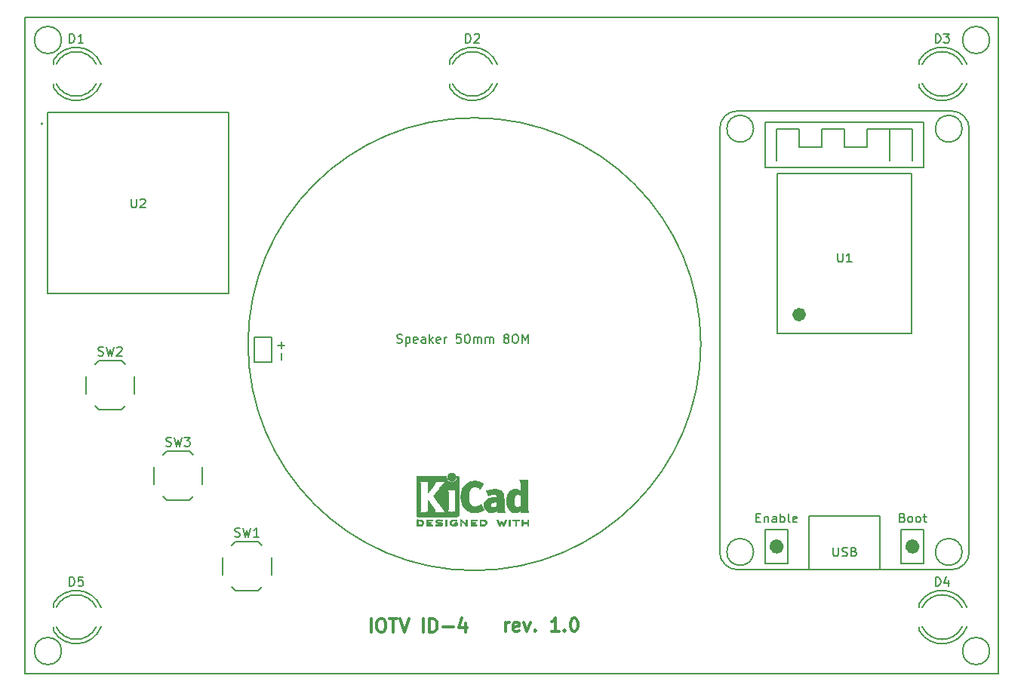
<source format=gto>
%TF.GenerationSoftware,KiCad,Pcbnew,7.0.2-6a45011f42~172~ubuntu22.10.1*%
%TF.CreationDate,2023-08-10T13:04:23+05:00*%
%TF.ProjectId,id4,6964342e-6b69-4636-9164-5f7063625858,1*%
%TF.SameCoordinates,Original*%
%TF.FileFunction,Legend,Top*%
%TF.FilePolarity,Positive*%
%FSLAX46Y46*%
G04 Gerber Fmt 4.6, Leading zero omitted, Abs format (unit mm)*
G04 Created by KiCad (PCBNEW 7.0.2-6a45011f42~172~ubuntu22.10.1) date 2023-08-10 13:04:23*
%MOMM*%
%LPD*%
G01*
G04 APERTURE LIST*
%ADD10C,0.150000*%
%ADD11C,0.375000*%
%ADD12C,0.300000*%
%ADD13C,0.200000*%
%ADD14C,1.000000*%
%ADD15C,0.800000*%
%ADD16C,0.010000*%
%TA.AperFunction,Profile*%
%ADD17C,0.150000*%
%TD*%
%TA.AperFunction,Profile*%
%ADD18C,0.200000*%
%TD*%
G04 APERTURE END LIST*
D10*
X192633600Y-90017600D02*
G75*
G03*
X192633600Y-90017600I-25400000J0D01*
G01*
X145546666Y-91760704D02*
X145546666Y-90998800D01*
X145546666Y-90522609D02*
X145546666Y-89760705D01*
X145927619Y-90141657D02*
X145165714Y-90141657D01*
D11*
X155638371Y-122320628D02*
X155638371Y-120820628D01*
X156638372Y-120820628D02*
X156924086Y-120820628D01*
X156924086Y-120820628D02*
X157066943Y-120892057D01*
X157066943Y-120892057D02*
X157209800Y-121034914D01*
X157209800Y-121034914D02*
X157281229Y-121320628D01*
X157281229Y-121320628D02*
X157281229Y-121820628D01*
X157281229Y-121820628D02*
X157209800Y-122106342D01*
X157209800Y-122106342D02*
X157066943Y-122249200D01*
X157066943Y-122249200D02*
X156924086Y-122320628D01*
X156924086Y-122320628D02*
X156638372Y-122320628D01*
X156638372Y-122320628D02*
X156495515Y-122249200D01*
X156495515Y-122249200D02*
X156352657Y-122106342D01*
X156352657Y-122106342D02*
X156281229Y-121820628D01*
X156281229Y-121820628D02*
X156281229Y-121320628D01*
X156281229Y-121320628D02*
X156352657Y-121034914D01*
X156352657Y-121034914D02*
X156495515Y-120892057D01*
X156495515Y-120892057D02*
X156638372Y-120820628D01*
X157709801Y-120820628D02*
X158566944Y-120820628D01*
X158138372Y-122320628D02*
X158138372Y-120820628D01*
X158852658Y-120820628D02*
X159352658Y-122320628D01*
X159352658Y-122320628D02*
X159852658Y-120820628D01*
X161495514Y-122320628D02*
X161495514Y-120820628D01*
X162209800Y-122320628D02*
X162209800Y-120820628D01*
X162209800Y-120820628D02*
X162566943Y-120820628D01*
X162566943Y-120820628D02*
X162781229Y-120892057D01*
X162781229Y-120892057D02*
X162924086Y-121034914D01*
X162924086Y-121034914D02*
X162995515Y-121177771D01*
X162995515Y-121177771D02*
X163066943Y-121463485D01*
X163066943Y-121463485D02*
X163066943Y-121677771D01*
X163066943Y-121677771D02*
X162995515Y-121963485D01*
X162995515Y-121963485D02*
X162924086Y-122106342D01*
X162924086Y-122106342D02*
X162781229Y-122249200D01*
X162781229Y-122249200D02*
X162566943Y-122320628D01*
X162566943Y-122320628D02*
X162209800Y-122320628D01*
X163709800Y-121749200D02*
X164852658Y-121749200D01*
X166209801Y-121320628D02*
X166209801Y-122320628D01*
X165852658Y-120749200D02*
X165495515Y-121820628D01*
X165495515Y-121820628D02*
X166424086Y-121820628D01*
D10*
X158534076Y-89847600D02*
X158676933Y-89895219D01*
X158676933Y-89895219D02*
X158915028Y-89895219D01*
X158915028Y-89895219D02*
X159010266Y-89847600D01*
X159010266Y-89847600D02*
X159057885Y-89799980D01*
X159057885Y-89799980D02*
X159105504Y-89704742D01*
X159105504Y-89704742D02*
X159105504Y-89609504D01*
X159105504Y-89609504D02*
X159057885Y-89514266D01*
X159057885Y-89514266D02*
X159010266Y-89466647D01*
X159010266Y-89466647D02*
X158915028Y-89419028D01*
X158915028Y-89419028D02*
X158724552Y-89371409D01*
X158724552Y-89371409D02*
X158629314Y-89323790D01*
X158629314Y-89323790D02*
X158581695Y-89276171D01*
X158581695Y-89276171D02*
X158534076Y-89180933D01*
X158534076Y-89180933D02*
X158534076Y-89085695D01*
X158534076Y-89085695D02*
X158581695Y-88990457D01*
X158581695Y-88990457D02*
X158629314Y-88942838D01*
X158629314Y-88942838D02*
X158724552Y-88895219D01*
X158724552Y-88895219D02*
X158962647Y-88895219D01*
X158962647Y-88895219D02*
X159105504Y-88942838D01*
X159534076Y-89228552D02*
X159534076Y-90228552D01*
X159534076Y-89276171D02*
X159629314Y-89228552D01*
X159629314Y-89228552D02*
X159819790Y-89228552D01*
X159819790Y-89228552D02*
X159915028Y-89276171D01*
X159915028Y-89276171D02*
X159962647Y-89323790D01*
X159962647Y-89323790D02*
X160010266Y-89419028D01*
X160010266Y-89419028D02*
X160010266Y-89704742D01*
X160010266Y-89704742D02*
X159962647Y-89799980D01*
X159962647Y-89799980D02*
X159915028Y-89847600D01*
X159915028Y-89847600D02*
X159819790Y-89895219D01*
X159819790Y-89895219D02*
X159629314Y-89895219D01*
X159629314Y-89895219D02*
X159534076Y-89847600D01*
X160819790Y-89847600D02*
X160724552Y-89895219D01*
X160724552Y-89895219D02*
X160534076Y-89895219D01*
X160534076Y-89895219D02*
X160438838Y-89847600D01*
X160438838Y-89847600D02*
X160391219Y-89752361D01*
X160391219Y-89752361D02*
X160391219Y-89371409D01*
X160391219Y-89371409D02*
X160438838Y-89276171D01*
X160438838Y-89276171D02*
X160534076Y-89228552D01*
X160534076Y-89228552D02*
X160724552Y-89228552D01*
X160724552Y-89228552D02*
X160819790Y-89276171D01*
X160819790Y-89276171D02*
X160867409Y-89371409D01*
X160867409Y-89371409D02*
X160867409Y-89466647D01*
X160867409Y-89466647D02*
X160391219Y-89561885D01*
X161724552Y-89895219D02*
X161724552Y-89371409D01*
X161724552Y-89371409D02*
X161676933Y-89276171D01*
X161676933Y-89276171D02*
X161581695Y-89228552D01*
X161581695Y-89228552D02*
X161391219Y-89228552D01*
X161391219Y-89228552D02*
X161295981Y-89276171D01*
X161724552Y-89847600D02*
X161629314Y-89895219D01*
X161629314Y-89895219D02*
X161391219Y-89895219D01*
X161391219Y-89895219D02*
X161295981Y-89847600D01*
X161295981Y-89847600D02*
X161248362Y-89752361D01*
X161248362Y-89752361D02*
X161248362Y-89657123D01*
X161248362Y-89657123D02*
X161295981Y-89561885D01*
X161295981Y-89561885D02*
X161391219Y-89514266D01*
X161391219Y-89514266D02*
X161629314Y-89514266D01*
X161629314Y-89514266D02*
X161724552Y-89466647D01*
X162200743Y-89895219D02*
X162200743Y-88895219D01*
X162295981Y-89514266D02*
X162581695Y-89895219D01*
X162581695Y-89228552D02*
X162200743Y-89609504D01*
X163391219Y-89847600D02*
X163295981Y-89895219D01*
X163295981Y-89895219D02*
X163105505Y-89895219D01*
X163105505Y-89895219D02*
X163010267Y-89847600D01*
X163010267Y-89847600D02*
X162962648Y-89752361D01*
X162962648Y-89752361D02*
X162962648Y-89371409D01*
X162962648Y-89371409D02*
X163010267Y-89276171D01*
X163010267Y-89276171D02*
X163105505Y-89228552D01*
X163105505Y-89228552D02*
X163295981Y-89228552D01*
X163295981Y-89228552D02*
X163391219Y-89276171D01*
X163391219Y-89276171D02*
X163438838Y-89371409D01*
X163438838Y-89371409D02*
X163438838Y-89466647D01*
X163438838Y-89466647D02*
X162962648Y-89561885D01*
X163867410Y-89895219D02*
X163867410Y-89228552D01*
X163867410Y-89419028D02*
X163915029Y-89323790D01*
X163915029Y-89323790D02*
X163962648Y-89276171D01*
X163962648Y-89276171D02*
X164057886Y-89228552D01*
X164057886Y-89228552D02*
X164153124Y-89228552D01*
X165724553Y-88895219D02*
X165248363Y-88895219D01*
X165248363Y-88895219D02*
X165200744Y-89371409D01*
X165200744Y-89371409D02*
X165248363Y-89323790D01*
X165248363Y-89323790D02*
X165343601Y-89276171D01*
X165343601Y-89276171D02*
X165581696Y-89276171D01*
X165581696Y-89276171D02*
X165676934Y-89323790D01*
X165676934Y-89323790D02*
X165724553Y-89371409D01*
X165724553Y-89371409D02*
X165772172Y-89466647D01*
X165772172Y-89466647D02*
X165772172Y-89704742D01*
X165772172Y-89704742D02*
X165724553Y-89799980D01*
X165724553Y-89799980D02*
X165676934Y-89847600D01*
X165676934Y-89847600D02*
X165581696Y-89895219D01*
X165581696Y-89895219D02*
X165343601Y-89895219D01*
X165343601Y-89895219D02*
X165248363Y-89847600D01*
X165248363Y-89847600D02*
X165200744Y-89799980D01*
X166391220Y-88895219D02*
X166486458Y-88895219D01*
X166486458Y-88895219D02*
X166581696Y-88942838D01*
X166581696Y-88942838D02*
X166629315Y-88990457D01*
X166629315Y-88990457D02*
X166676934Y-89085695D01*
X166676934Y-89085695D02*
X166724553Y-89276171D01*
X166724553Y-89276171D02*
X166724553Y-89514266D01*
X166724553Y-89514266D02*
X166676934Y-89704742D01*
X166676934Y-89704742D02*
X166629315Y-89799980D01*
X166629315Y-89799980D02*
X166581696Y-89847600D01*
X166581696Y-89847600D02*
X166486458Y-89895219D01*
X166486458Y-89895219D02*
X166391220Y-89895219D01*
X166391220Y-89895219D02*
X166295982Y-89847600D01*
X166295982Y-89847600D02*
X166248363Y-89799980D01*
X166248363Y-89799980D02*
X166200744Y-89704742D01*
X166200744Y-89704742D02*
X166153125Y-89514266D01*
X166153125Y-89514266D02*
X166153125Y-89276171D01*
X166153125Y-89276171D02*
X166200744Y-89085695D01*
X166200744Y-89085695D02*
X166248363Y-88990457D01*
X166248363Y-88990457D02*
X166295982Y-88942838D01*
X166295982Y-88942838D02*
X166391220Y-88895219D01*
X167153125Y-89895219D02*
X167153125Y-89228552D01*
X167153125Y-89323790D02*
X167200744Y-89276171D01*
X167200744Y-89276171D02*
X167295982Y-89228552D01*
X167295982Y-89228552D02*
X167438839Y-89228552D01*
X167438839Y-89228552D02*
X167534077Y-89276171D01*
X167534077Y-89276171D02*
X167581696Y-89371409D01*
X167581696Y-89371409D02*
X167581696Y-89895219D01*
X167581696Y-89371409D02*
X167629315Y-89276171D01*
X167629315Y-89276171D02*
X167724553Y-89228552D01*
X167724553Y-89228552D02*
X167867410Y-89228552D01*
X167867410Y-89228552D02*
X167962649Y-89276171D01*
X167962649Y-89276171D02*
X168010268Y-89371409D01*
X168010268Y-89371409D02*
X168010268Y-89895219D01*
X168486458Y-89895219D02*
X168486458Y-89228552D01*
X168486458Y-89323790D02*
X168534077Y-89276171D01*
X168534077Y-89276171D02*
X168629315Y-89228552D01*
X168629315Y-89228552D02*
X168772172Y-89228552D01*
X168772172Y-89228552D02*
X168867410Y-89276171D01*
X168867410Y-89276171D02*
X168915029Y-89371409D01*
X168915029Y-89371409D02*
X168915029Y-89895219D01*
X168915029Y-89371409D02*
X168962648Y-89276171D01*
X168962648Y-89276171D02*
X169057886Y-89228552D01*
X169057886Y-89228552D02*
X169200743Y-89228552D01*
X169200743Y-89228552D02*
X169295982Y-89276171D01*
X169295982Y-89276171D02*
X169343601Y-89371409D01*
X169343601Y-89371409D02*
X169343601Y-89895219D01*
X170724553Y-89323790D02*
X170629315Y-89276171D01*
X170629315Y-89276171D02*
X170581696Y-89228552D01*
X170581696Y-89228552D02*
X170534077Y-89133314D01*
X170534077Y-89133314D02*
X170534077Y-89085695D01*
X170534077Y-89085695D02*
X170581696Y-88990457D01*
X170581696Y-88990457D02*
X170629315Y-88942838D01*
X170629315Y-88942838D02*
X170724553Y-88895219D01*
X170724553Y-88895219D02*
X170915029Y-88895219D01*
X170915029Y-88895219D02*
X171010267Y-88942838D01*
X171010267Y-88942838D02*
X171057886Y-88990457D01*
X171057886Y-88990457D02*
X171105505Y-89085695D01*
X171105505Y-89085695D02*
X171105505Y-89133314D01*
X171105505Y-89133314D02*
X171057886Y-89228552D01*
X171057886Y-89228552D02*
X171010267Y-89276171D01*
X171010267Y-89276171D02*
X170915029Y-89323790D01*
X170915029Y-89323790D02*
X170724553Y-89323790D01*
X170724553Y-89323790D02*
X170629315Y-89371409D01*
X170629315Y-89371409D02*
X170581696Y-89419028D01*
X170581696Y-89419028D02*
X170534077Y-89514266D01*
X170534077Y-89514266D02*
X170534077Y-89704742D01*
X170534077Y-89704742D02*
X170581696Y-89799980D01*
X170581696Y-89799980D02*
X170629315Y-89847600D01*
X170629315Y-89847600D02*
X170724553Y-89895219D01*
X170724553Y-89895219D02*
X170915029Y-89895219D01*
X170915029Y-89895219D02*
X171010267Y-89847600D01*
X171010267Y-89847600D02*
X171057886Y-89799980D01*
X171057886Y-89799980D02*
X171105505Y-89704742D01*
X171105505Y-89704742D02*
X171105505Y-89514266D01*
X171105505Y-89514266D02*
X171057886Y-89419028D01*
X171057886Y-89419028D02*
X171010267Y-89371409D01*
X171010267Y-89371409D02*
X170915029Y-89323790D01*
X171724553Y-88895219D02*
X171915029Y-88895219D01*
X171915029Y-88895219D02*
X172010267Y-88942838D01*
X172010267Y-88942838D02*
X172105505Y-89038076D01*
X172105505Y-89038076D02*
X172153124Y-89228552D01*
X172153124Y-89228552D02*
X172153124Y-89561885D01*
X172153124Y-89561885D02*
X172105505Y-89752361D01*
X172105505Y-89752361D02*
X172010267Y-89847600D01*
X172010267Y-89847600D02*
X171915029Y-89895219D01*
X171915029Y-89895219D02*
X171724553Y-89895219D01*
X171724553Y-89895219D02*
X171629315Y-89847600D01*
X171629315Y-89847600D02*
X171534077Y-89752361D01*
X171534077Y-89752361D02*
X171486458Y-89561885D01*
X171486458Y-89561885D02*
X171486458Y-89228552D01*
X171486458Y-89228552D02*
X171534077Y-89038076D01*
X171534077Y-89038076D02*
X171629315Y-88942838D01*
X171629315Y-88942838D02*
X171724553Y-88895219D01*
X172581696Y-89895219D02*
X172581696Y-88895219D01*
X172581696Y-88895219D02*
X172915029Y-89609504D01*
X172915029Y-89609504D02*
X173248362Y-88895219D01*
X173248362Y-88895219D02*
X173248362Y-89895219D01*
D12*
X170714942Y-122269828D02*
X170714942Y-121269828D01*
X170714942Y-121555542D02*
X170786371Y-121412685D01*
X170786371Y-121412685D02*
X170857800Y-121341257D01*
X170857800Y-121341257D02*
X171000657Y-121269828D01*
X171000657Y-121269828D02*
X171143514Y-121269828D01*
X172214942Y-122198400D02*
X172072085Y-122269828D01*
X172072085Y-122269828D02*
X171786371Y-122269828D01*
X171786371Y-122269828D02*
X171643513Y-122198400D01*
X171643513Y-122198400D02*
X171572085Y-122055542D01*
X171572085Y-122055542D02*
X171572085Y-121484114D01*
X171572085Y-121484114D02*
X171643513Y-121341257D01*
X171643513Y-121341257D02*
X171786371Y-121269828D01*
X171786371Y-121269828D02*
X172072085Y-121269828D01*
X172072085Y-121269828D02*
X172214942Y-121341257D01*
X172214942Y-121341257D02*
X172286371Y-121484114D01*
X172286371Y-121484114D02*
X172286371Y-121626971D01*
X172286371Y-121626971D02*
X171572085Y-121769828D01*
X172786370Y-121269828D02*
X173143513Y-122269828D01*
X173143513Y-122269828D02*
X173500656Y-121269828D01*
X174072084Y-122126971D02*
X174143513Y-122198400D01*
X174143513Y-122198400D02*
X174072084Y-122269828D01*
X174072084Y-122269828D02*
X174000656Y-122198400D01*
X174000656Y-122198400D02*
X174072084Y-122126971D01*
X174072084Y-122126971D02*
X174072084Y-122269828D01*
X176714942Y-122269828D02*
X175857799Y-122269828D01*
X176286370Y-122269828D02*
X176286370Y-120769828D01*
X176286370Y-120769828D02*
X176143513Y-120984114D01*
X176143513Y-120984114D02*
X176000656Y-121126971D01*
X176000656Y-121126971D02*
X175857799Y-121198400D01*
X177357798Y-122126971D02*
X177429227Y-122198400D01*
X177429227Y-122198400D02*
X177357798Y-122269828D01*
X177357798Y-122269828D02*
X177286370Y-122198400D01*
X177286370Y-122198400D02*
X177357798Y-122126971D01*
X177357798Y-122126971D02*
X177357798Y-122269828D01*
X178357799Y-120769828D02*
X178500656Y-120769828D01*
X178500656Y-120769828D02*
X178643513Y-120841257D01*
X178643513Y-120841257D02*
X178714942Y-120912685D01*
X178714942Y-120912685D02*
X178786370Y-121055542D01*
X178786370Y-121055542D02*
X178857799Y-121341257D01*
X178857799Y-121341257D02*
X178857799Y-121698400D01*
X178857799Y-121698400D02*
X178786370Y-121984114D01*
X178786370Y-121984114D02*
X178714942Y-122126971D01*
X178714942Y-122126971D02*
X178643513Y-122198400D01*
X178643513Y-122198400D02*
X178500656Y-122269828D01*
X178500656Y-122269828D02*
X178357799Y-122269828D01*
X178357799Y-122269828D02*
X178214942Y-122198400D01*
X178214942Y-122198400D02*
X178143513Y-122126971D01*
X178143513Y-122126971D02*
X178072084Y-121984114D01*
X178072084Y-121984114D02*
X178000656Y-121698400D01*
X178000656Y-121698400D02*
X178000656Y-121341257D01*
X178000656Y-121341257D02*
X178072084Y-121055542D01*
X178072084Y-121055542D02*
X178143513Y-120912685D01*
X178143513Y-120912685D02*
X178214942Y-120841257D01*
X178214942Y-120841257D02*
X178357799Y-120769828D01*
D10*
%TO.C,SW1*%
X140373667Y-111595000D02*
X140516524Y-111642619D01*
X140516524Y-111642619D02*
X140754619Y-111642619D01*
X140754619Y-111642619D02*
X140849857Y-111595000D01*
X140849857Y-111595000D02*
X140897476Y-111547380D01*
X140897476Y-111547380D02*
X140945095Y-111452142D01*
X140945095Y-111452142D02*
X140945095Y-111356904D01*
X140945095Y-111356904D02*
X140897476Y-111261666D01*
X140897476Y-111261666D02*
X140849857Y-111214047D01*
X140849857Y-111214047D02*
X140754619Y-111166428D01*
X140754619Y-111166428D02*
X140564143Y-111118809D01*
X140564143Y-111118809D02*
X140468905Y-111071190D01*
X140468905Y-111071190D02*
X140421286Y-111023571D01*
X140421286Y-111023571D02*
X140373667Y-110928333D01*
X140373667Y-110928333D02*
X140373667Y-110833095D01*
X140373667Y-110833095D02*
X140421286Y-110737857D01*
X140421286Y-110737857D02*
X140468905Y-110690238D01*
X140468905Y-110690238D02*
X140564143Y-110642619D01*
X140564143Y-110642619D02*
X140802238Y-110642619D01*
X140802238Y-110642619D02*
X140945095Y-110690238D01*
X141278429Y-110642619D02*
X141516524Y-111642619D01*
X141516524Y-111642619D02*
X141707000Y-110928333D01*
X141707000Y-110928333D02*
X141897476Y-111642619D01*
X141897476Y-111642619D02*
X142135572Y-110642619D01*
X143040333Y-111642619D02*
X142468905Y-111642619D01*
X142754619Y-111642619D02*
X142754619Y-110642619D01*
X142754619Y-110642619D02*
X142659381Y-110785476D01*
X142659381Y-110785476D02*
X142564143Y-110880714D01*
X142564143Y-110880714D02*
X142468905Y-110928333D01*
%TO.C,D1*%
X121816905Y-56192619D02*
X121816905Y-55192619D01*
X121816905Y-55192619D02*
X122055000Y-55192619D01*
X122055000Y-55192619D02*
X122197857Y-55240238D01*
X122197857Y-55240238D02*
X122293095Y-55335476D01*
X122293095Y-55335476D02*
X122340714Y-55430714D01*
X122340714Y-55430714D02*
X122388333Y-55621190D01*
X122388333Y-55621190D02*
X122388333Y-55764047D01*
X122388333Y-55764047D02*
X122340714Y-55954523D01*
X122340714Y-55954523D02*
X122293095Y-56049761D01*
X122293095Y-56049761D02*
X122197857Y-56145000D01*
X122197857Y-56145000D02*
X122055000Y-56192619D01*
X122055000Y-56192619D02*
X121816905Y-56192619D01*
X123340714Y-56192619D02*
X122769286Y-56192619D01*
X123055000Y-56192619D02*
X123055000Y-55192619D01*
X123055000Y-55192619D02*
X122959762Y-55335476D01*
X122959762Y-55335476D02*
X122864524Y-55430714D01*
X122864524Y-55430714D02*
X122769286Y-55478333D01*
%TO.C,D5*%
X121816905Y-117152619D02*
X121816905Y-116152619D01*
X121816905Y-116152619D02*
X122055000Y-116152619D01*
X122055000Y-116152619D02*
X122197857Y-116200238D01*
X122197857Y-116200238D02*
X122293095Y-116295476D01*
X122293095Y-116295476D02*
X122340714Y-116390714D01*
X122340714Y-116390714D02*
X122388333Y-116581190D01*
X122388333Y-116581190D02*
X122388333Y-116724047D01*
X122388333Y-116724047D02*
X122340714Y-116914523D01*
X122340714Y-116914523D02*
X122293095Y-117009761D01*
X122293095Y-117009761D02*
X122197857Y-117105000D01*
X122197857Y-117105000D02*
X122055000Y-117152619D01*
X122055000Y-117152619D02*
X121816905Y-117152619D01*
X123293095Y-116152619D02*
X122816905Y-116152619D01*
X122816905Y-116152619D02*
X122769286Y-116628809D01*
X122769286Y-116628809D02*
X122816905Y-116581190D01*
X122816905Y-116581190D02*
X122912143Y-116533571D01*
X122912143Y-116533571D02*
X123150238Y-116533571D01*
X123150238Y-116533571D02*
X123245476Y-116581190D01*
X123245476Y-116581190D02*
X123293095Y-116628809D01*
X123293095Y-116628809D02*
X123340714Y-116724047D01*
X123340714Y-116724047D02*
X123340714Y-116962142D01*
X123340714Y-116962142D02*
X123293095Y-117057380D01*
X123293095Y-117057380D02*
X123245476Y-117105000D01*
X123245476Y-117105000D02*
X123150238Y-117152619D01*
X123150238Y-117152619D02*
X122912143Y-117152619D01*
X122912143Y-117152619D02*
X122816905Y-117105000D01*
X122816905Y-117105000D02*
X122769286Y-117057380D01*
%TO.C,D4*%
X218971905Y-117152619D02*
X218971905Y-116152619D01*
X218971905Y-116152619D02*
X219210000Y-116152619D01*
X219210000Y-116152619D02*
X219352857Y-116200238D01*
X219352857Y-116200238D02*
X219448095Y-116295476D01*
X219448095Y-116295476D02*
X219495714Y-116390714D01*
X219495714Y-116390714D02*
X219543333Y-116581190D01*
X219543333Y-116581190D02*
X219543333Y-116724047D01*
X219543333Y-116724047D02*
X219495714Y-116914523D01*
X219495714Y-116914523D02*
X219448095Y-117009761D01*
X219448095Y-117009761D02*
X219352857Y-117105000D01*
X219352857Y-117105000D02*
X219210000Y-117152619D01*
X219210000Y-117152619D02*
X218971905Y-117152619D01*
X220400476Y-116485952D02*
X220400476Y-117152619D01*
X220162381Y-116105000D02*
X219924286Y-116819285D01*
X219924286Y-116819285D02*
X220543333Y-116819285D01*
%TO.C,D3*%
X218971905Y-56192619D02*
X218971905Y-55192619D01*
X218971905Y-55192619D02*
X219210000Y-55192619D01*
X219210000Y-55192619D02*
X219352857Y-55240238D01*
X219352857Y-55240238D02*
X219448095Y-55335476D01*
X219448095Y-55335476D02*
X219495714Y-55430714D01*
X219495714Y-55430714D02*
X219543333Y-55621190D01*
X219543333Y-55621190D02*
X219543333Y-55764047D01*
X219543333Y-55764047D02*
X219495714Y-55954523D01*
X219495714Y-55954523D02*
X219448095Y-56049761D01*
X219448095Y-56049761D02*
X219352857Y-56145000D01*
X219352857Y-56145000D02*
X219210000Y-56192619D01*
X219210000Y-56192619D02*
X218971905Y-56192619D01*
X219876667Y-55192619D02*
X220495714Y-55192619D01*
X220495714Y-55192619D02*
X220162381Y-55573571D01*
X220162381Y-55573571D02*
X220305238Y-55573571D01*
X220305238Y-55573571D02*
X220400476Y-55621190D01*
X220400476Y-55621190D02*
X220448095Y-55668809D01*
X220448095Y-55668809D02*
X220495714Y-55764047D01*
X220495714Y-55764047D02*
X220495714Y-56002142D01*
X220495714Y-56002142D02*
X220448095Y-56097380D01*
X220448095Y-56097380D02*
X220400476Y-56145000D01*
X220400476Y-56145000D02*
X220305238Y-56192619D01*
X220305238Y-56192619D02*
X220019524Y-56192619D01*
X220019524Y-56192619D02*
X219924286Y-56145000D01*
X219924286Y-56145000D02*
X219876667Y-56097380D01*
%TO.C,SW2*%
X125031667Y-91280000D02*
X125174524Y-91327619D01*
X125174524Y-91327619D02*
X125412619Y-91327619D01*
X125412619Y-91327619D02*
X125507857Y-91280000D01*
X125507857Y-91280000D02*
X125555476Y-91232380D01*
X125555476Y-91232380D02*
X125603095Y-91137142D01*
X125603095Y-91137142D02*
X125603095Y-91041904D01*
X125603095Y-91041904D02*
X125555476Y-90946666D01*
X125555476Y-90946666D02*
X125507857Y-90899047D01*
X125507857Y-90899047D02*
X125412619Y-90851428D01*
X125412619Y-90851428D02*
X125222143Y-90803809D01*
X125222143Y-90803809D02*
X125126905Y-90756190D01*
X125126905Y-90756190D02*
X125079286Y-90708571D01*
X125079286Y-90708571D02*
X125031667Y-90613333D01*
X125031667Y-90613333D02*
X125031667Y-90518095D01*
X125031667Y-90518095D02*
X125079286Y-90422857D01*
X125079286Y-90422857D02*
X125126905Y-90375238D01*
X125126905Y-90375238D02*
X125222143Y-90327619D01*
X125222143Y-90327619D02*
X125460238Y-90327619D01*
X125460238Y-90327619D02*
X125603095Y-90375238D01*
X125936429Y-90327619D02*
X126174524Y-91327619D01*
X126174524Y-91327619D02*
X126365000Y-90613333D01*
X126365000Y-90613333D02*
X126555476Y-91327619D01*
X126555476Y-91327619D02*
X126793572Y-90327619D01*
X127126905Y-90422857D02*
X127174524Y-90375238D01*
X127174524Y-90375238D02*
X127269762Y-90327619D01*
X127269762Y-90327619D02*
X127507857Y-90327619D01*
X127507857Y-90327619D02*
X127603095Y-90375238D01*
X127603095Y-90375238D02*
X127650714Y-90422857D01*
X127650714Y-90422857D02*
X127698333Y-90518095D01*
X127698333Y-90518095D02*
X127698333Y-90613333D01*
X127698333Y-90613333D02*
X127650714Y-90756190D01*
X127650714Y-90756190D02*
X127079286Y-91327619D01*
X127079286Y-91327619D02*
X127698333Y-91327619D01*
%TO.C,U2*%
X128738095Y-73712619D02*
X128738095Y-74522142D01*
X128738095Y-74522142D02*
X128785714Y-74617380D01*
X128785714Y-74617380D02*
X128833333Y-74665000D01*
X128833333Y-74665000D02*
X128928571Y-74712619D01*
X128928571Y-74712619D02*
X129119047Y-74712619D01*
X129119047Y-74712619D02*
X129214285Y-74665000D01*
X129214285Y-74665000D02*
X129261904Y-74617380D01*
X129261904Y-74617380D02*
X129309523Y-74522142D01*
X129309523Y-74522142D02*
X129309523Y-73712619D01*
X129738095Y-73807857D02*
X129785714Y-73760238D01*
X129785714Y-73760238D02*
X129880952Y-73712619D01*
X129880952Y-73712619D02*
X130119047Y-73712619D01*
X130119047Y-73712619D02*
X130214285Y-73760238D01*
X130214285Y-73760238D02*
X130261904Y-73807857D01*
X130261904Y-73807857D02*
X130309523Y-73903095D01*
X130309523Y-73903095D02*
X130309523Y-73998333D01*
X130309523Y-73998333D02*
X130261904Y-74141190D01*
X130261904Y-74141190D02*
X129690476Y-74712619D01*
X129690476Y-74712619D02*
X130309523Y-74712619D01*
%TO.C,U1*%
X207988095Y-79808419D02*
X207988095Y-80617942D01*
X207988095Y-80617942D02*
X208035714Y-80713180D01*
X208035714Y-80713180D02*
X208083333Y-80760800D01*
X208083333Y-80760800D02*
X208178571Y-80808419D01*
X208178571Y-80808419D02*
X208369047Y-80808419D01*
X208369047Y-80808419D02*
X208464285Y-80760800D01*
X208464285Y-80760800D02*
X208511904Y-80713180D01*
X208511904Y-80713180D02*
X208559523Y-80617942D01*
X208559523Y-80617942D02*
X208559523Y-79808419D01*
X209559523Y-80808419D02*
X208988095Y-80808419D01*
X209273809Y-80808419D02*
X209273809Y-79808419D01*
X209273809Y-79808419D02*
X209178571Y-79951276D01*
X209178571Y-79951276D02*
X209083333Y-80046514D01*
X209083333Y-80046514D02*
X208988095Y-80094133D01*
X198868095Y-109494609D02*
X199201428Y-109494609D01*
X199344285Y-110018419D02*
X198868095Y-110018419D01*
X198868095Y-110018419D02*
X198868095Y-109018419D01*
X198868095Y-109018419D02*
X199344285Y-109018419D01*
X199772857Y-109351752D02*
X199772857Y-110018419D01*
X199772857Y-109446990D02*
X199820476Y-109399371D01*
X199820476Y-109399371D02*
X199915714Y-109351752D01*
X199915714Y-109351752D02*
X200058571Y-109351752D01*
X200058571Y-109351752D02*
X200153809Y-109399371D01*
X200153809Y-109399371D02*
X200201428Y-109494609D01*
X200201428Y-109494609D02*
X200201428Y-110018419D01*
X201106190Y-110018419D02*
X201106190Y-109494609D01*
X201106190Y-109494609D02*
X201058571Y-109399371D01*
X201058571Y-109399371D02*
X200963333Y-109351752D01*
X200963333Y-109351752D02*
X200772857Y-109351752D01*
X200772857Y-109351752D02*
X200677619Y-109399371D01*
X201106190Y-109970800D02*
X201010952Y-110018419D01*
X201010952Y-110018419D02*
X200772857Y-110018419D01*
X200772857Y-110018419D02*
X200677619Y-109970800D01*
X200677619Y-109970800D02*
X200630000Y-109875561D01*
X200630000Y-109875561D02*
X200630000Y-109780323D01*
X200630000Y-109780323D02*
X200677619Y-109685085D01*
X200677619Y-109685085D02*
X200772857Y-109637466D01*
X200772857Y-109637466D02*
X201010952Y-109637466D01*
X201010952Y-109637466D02*
X201106190Y-109589847D01*
X201582381Y-110018419D02*
X201582381Y-109018419D01*
X201582381Y-109399371D02*
X201677619Y-109351752D01*
X201677619Y-109351752D02*
X201868095Y-109351752D01*
X201868095Y-109351752D02*
X201963333Y-109399371D01*
X201963333Y-109399371D02*
X202010952Y-109446990D01*
X202010952Y-109446990D02*
X202058571Y-109542228D01*
X202058571Y-109542228D02*
X202058571Y-109827942D01*
X202058571Y-109827942D02*
X202010952Y-109923180D01*
X202010952Y-109923180D02*
X201963333Y-109970800D01*
X201963333Y-109970800D02*
X201868095Y-110018419D01*
X201868095Y-110018419D02*
X201677619Y-110018419D01*
X201677619Y-110018419D02*
X201582381Y-109970800D01*
X202630000Y-110018419D02*
X202534762Y-109970800D01*
X202534762Y-109970800D02*
X202487143Y-109875561D01*
X202487143Y-109875561D02*
X202487143Y-109018419D01*
X203391905Y-109970800D02*
X203296667Y-110018419D01*
X203296667Y-110018419D02*
X203106191Y-110018419D01*
X203106191Y-110018419D02*
X203010953Y-109970800D01*
X203010953Y-109970800D02*
X202963334Y-109875561D01*
X202963334Y-109875561D02*
X202963334Y-109494609D01*
X202963334Y-109494609D02*
X203010953Y-109399371D01*
X203010953Y-109399371D02*
X203106191Y-109351752D01*
X203106191Y-109351752D02*
X203296667Y-109351752D01*
X203296667Y-109351752D02*
X203391905Y-109399371D01*
X203391905Y-109399371D02*
X203439524Y-109494609D01*
X203439524Y-109494609D02*
X203439524Y-109589847D01*
X203439524Y-109589847D02*
X202963334Y-109685085D01*
X207488095Y-112828419D02*
X207488095Y-113637942D01*
X207488095Y-113637942D02*
X207535714Y-113733180D01*
X207535714Y-113733180D02*
X207583333Y-113780800D01*
X207583333Y-113780800D02*
X207678571Y-113828419D01*
X207678571Y-113828419D02*
X207869047Y-113828419D01*
X207869047Y-113828419D02*
X207964285Y-113780800D01*
X207964285Y-113780800D02*
X208011904Y-113733180D01*
X208011904Y-113733180D02*
X208059523Y-113637942D01*
X208059523Y-113637942D02*
X208059523Y-112828419D01*
X208488095Y-113780800D02*
X208630952Y-113828419D01*
X208630952Y-113828419D02*
X208869047Y-113828419D01*
X208869047Y-113828419D02*
X208964285Y-113780800D01*
X208964285Y-113780800D02*
X209011904Y-113733180D01*
X209011904Y-113733180D02*
X209059523Y-113637942D01*
X209059523Y-113637942D02*
X209059523Y-113542704D01*
X209059523Y-113542704D02*
X209011904Y-113447466D01*
X209011904Y-113447466D02*
X208964285Y-113399847D01*
X208964285Y-113399847D02*
X208869047Y-113352228D01*
X208869047Y-113352228D02*
X208678571Y-113304609D01*
X208678571Y-113304609D02*
X208583333Y-113256990D01*
X208583333Y-113256990D02*
X208535714Y-113209371D01*
X208535714Y-113209371D02*
X208488095Y-113114133D01*
X208488095Y-113114133D02*
X208488095Y-113018895D01*
X208488095Y-113018895D02*
X208535714Y-112923657D01*
X208535714Y-112923657D02*
X208583333Y-112876038D01*
X208583333Y-112876038D02*
X208678571Y-112828419D01*
X208678571Y-112828419D02*
X208916666Y-112828419D01*
X208916666Y-112828419D02*
X209059523Y-112876038D01*
X209821428Y-113304609D02*
X209964285Y-113352228D01*
X209964285Y-113352228D02*
X210011904Y-113399847D01*
X210011904Y-113399847D02*
X210059523Y-113495085D01*
X210059523Y-113495085D02*
X210059523Y-113637942D01*
X210059523Y-113637942D02*
X210011904Y-113733180D01*
X210011904Y-113733180D02*
X209964285Y-113780800D01*
X209964285Y-113780800D02*
X209869047Y-113828419D01*
X209869047Y-113828419D02*
X209488095Y-113828419D01*
X209488095Y-113828419D02*
X209488095Y-112828419D01*
X209488095Y-112828419D02*
X209821428Y-112828419D01*
X209821428Y-112828419D02*
X209916666Y-112876038D01*
X209916666Y-112876038D02*
X209964285Y-112923657D01*
X209964285Y-112923657D02*
X210011904Y-113018895D01*
X210011904Y-113018895D02*
X210011904Y-113114133D01*
X210011904Y-113114133D02*
X209964285Y-113209371D01*
X209964285Y-113209371D02*
X209916666Y-113256990D01*
X209916666Y-113256990D02*
X209821428Y-113304609D01*
X209821428Y-113304609D02*
X209488095Y-113304609D01*
X215250952Y-109494609D02*
X215393809Y-109542228D01*
X215393809Y-109542228D02*
X215441428Y-109589847D01*
X215441428Y-109589847D02*
X215489047Y-109685085D01*
X215489047Y-109685085D02*
X215489047Y-109827942D01*
X215489047Y-109827942D02*
X215441428Y-109923180D01*
X215441428Y-109923180D02*
X215393809Y-109970800D01*
X215393809Y-109970800D02*
X215298571Y-110018419D01*
X215298571Y-110018419D02*
X214917619Y-110018419D01*
X214917619Y-110018419D02*
X214917619Y-109018419D01*
X214917619Y-109018419D02*
X215250952Y-109018419D01*
X215250952Y-109018419D02*
X215346190Y-109066038D01*
X215346190Y-109066038D02*
X215393809Y-109113657D01*
X215393809Y-109113657D02*
X215441428Y-109208895D01*
X215441428Y-109208895D02*
X215441428Y-109304133D01*
X215441428Y-109304133D02*
X215393809Y-109399371D01*
X215393809Y-109399371D02*
X215346190Y-109446990D01*
X215346190Y-109446990D02*
X215250952Y-109494609D01*
X215250952Y-109494609D02*
X214917619Y-109494609D01*
X216060476Y-110018419D02*
X215965238Y-109970800D01*
X215965238Y-109970800D02*
X215917619Y-109923180D01*
X215917619Y-109923180D02*
X215870000Y-109827942D01*
X215870000Y-109827942D02*
X215870000Y-109542228D01*
X215870000Y-109542228D02*
X215917619Y-109446990D01*
X215917619Y-109446990D02*
X215965238Y-109399371D01*
X215965238Y-109399371D02*
X216060476Y-109351752D01*
X216060476Y-109351752D02*
X216203333Y-109351752D01*
X216203333Y-109351752D02*
X216298571Y-109399371D01*
X216298571Y-109399371D02*
X216346190Y-109446990D01*
X216346190Y-109446990D02*
X216393809Y-109542228D01*
X216393809Y-109542228D02*
X216393809Y-109827942D01*
X216393809Y-109827942D02*
X216346190Y-109923180D01*
X216346190Y-109923180D02*
X216298571Y-109970800D01*
X216298571Y-109970800D02*
X216203333Y-110018419D01*
X216203333Y-110018419D02*
X216060476Y-110018419D01*
X216965238Y-110018419D02*
X216870000Y-109970800D01*
X216870000Y-109970800D02*
X216822381Y-109923180D01*
X216822381Y-109923180D02*
X216774762Y-109827942D01*
X216774762Y-109827942D02*
X216774762Y-109542228D01*
X216774762Y-109542228D02*
X216822381Y-109446990D01*
X216822381Y-109446990D02*
X216870000Y-109399371D01*
X216870000Y-109399371D02*
X216965238Y-109351752D01*
X216965238Y-109351752D02*
X217108095Y-109351752D01*
X217108095Y-109351752D02*
X217203333Y-109399371D01*
X217203333Y-109399371D02*
X217250952Y-109446990D01*
X217250952Y-109446990D02*
X217298571Y-109542228D01*
X217298571Y-109542228D02*
X217298571Y-109827942D01*
X217298571Y-109827942D02*
X217250952Y-109923180D01*
X217250952Y-109923180D02*
X217203333Y-109970800D01*
X217203333Y-109970800D02*
X217108095Y-110018419D01*
X217108095Y-110018419D02*
X216965238Y-110018419D01*
X217584286Y-109351752D02*
X217965238Y-109351752D01*
X217727143Y-109018419D02*
X217727143Y-109875561D01*
X217727143Y-109875561D02*
X217774762Y-109970800D01*
X217774762Y-109970800D02*
X217870000Y-110018419D01*
X217870000Y-110018419D02*
X217965238Y-110018419D01*
%TO.C,SW3*%
X132651667Y-101440000D02*
X132794524Y-101487619D01*
X132794524Y-101487619D02*
X133032619Y-101487619D01*
X133032619Y-101487619D02*
X133127857Y-101440000D01*
X133127857Y-101440000D02*
X133175476Y-101392380D01*
X133175476Y-101392380D02*
X133223095Y-101297142D01*
X133223095Y-101297142D02*
X133223095Y-101201904D01*
X133223095Y-101201904D02*
X133175476Y-101106666D01*
X133175476Y-101106666D02*
X133127857Y-101059047D01*
X133127857Y-101059047D02*
X133032619Y-101011428D01*
X133032619Y-101011428D02*
X132842143Y-100963809D01*
X132842143Y-100963809D02*
X132746905Y-100916190D01*
X132746905Y-100916190D02*
X132699286Y-100868571D01*
X132699286Y-100868571D02*
X132651667Y-100773333D01*
X132651667Y-100773333D02*
X132651667Y-100678095D01*
X132651667Y-100678095D02*
X132699286Y-100582857D01*
X132699286Y-100582857D02*
X132746905Y-100535238D01*
X132746905Y-100535238D02*
X132842143Y-100487619D01*
X132842143Y-100487619D02*
X133080238Y-100487619D01*
X133080238Y-100487619D02*
X133223095Y-100535238D01*
X133556429Y-100487619D02*
X133794524Y-101487619D01*
X133794524Y-101487619D02*
X133985000Y-100773333D01*
X133985000Y-100773333D02*
X134175476Y-101487619D01*
X134175476Y-101487619D02*
X134413572Y-100487619D01*
X134699286Y-100487619D02*
X135318333Y-100487619D01*
X135318333Y-100487619D02*
X134985000Y-100868571D01*
X134985000Y-100868571D02*
X135127857Y-100868571D01*
X135127857Y-100868571D02*
X135223095Y-100916190D01*
X135223095Y-100916190D02*
X135270714Y-100963809D01*
X135270714Y-100963809D02*
X135318333Y-101059047D01*
X135318333Y-101059047D02*
X135318333Y-101297142D01*
X135318333Y-101297142D02*
X135270714Y-101392380D01*
X135270714Y-101392380D02*
X135223095Y-101440000D01*
X135223095Y-101440000D02*
X135127857Y-101487619D01*
X135127857Y-101487619D02*
X134842143Y-101487619D01*
X134842143Y-101487619D02*
X134746905Y-101440000D01*
X134746905Y-101440000D02*
X134699286Y-101392380D01*
%TO.C,D2*%
X166266905Y-56192619D02*
X166266905Y-55192619D01*
X166266905Y-55192619D02*
X166505000Y-55192619D01*
X166505000Y-55192619D02*
X166647857Y-55240238D01*
X166647857Y-55240238D02*
X166743095Y-55335476D01*
X166743095Y-55335476D02*
X166790714Y-55430714D01*
X166790714Y-55430714D02*
X166838333Y-55621190D01*
X166838333Y-55621190D02*
X166838333Y-55764047D01*
X166838333Y-55764047D02*
X166790714Y-55954523D01*
X166790714Y-55954523D02*
X166743095Y-56049761D01*
X166743095Y-56049761D02*
X166647857Y-56145000D01*
X166647857Y-56145000D02*
X166505000Y-56192619D01*
X166505000Y-56192619D02*
X166266905Y-56192619D01*
X167219286Y-55287857D02*
X167266905Y-55240238D01*
X167266905Y-55240238D02*
X167362143Y-55192619D01*
X167362143Y-55192619D02*
X167600238Y-55192619D01*
X167600238Y-55192619D02*
X167695476Y-55240238D01*
X167695476Y-55240238D02*
X167743095Y-55287857D01*
X167743095Y-55287857D02*
X167790714Y-55383095D01*
X167790714Y-55383095D02*
X167790714Y-55478333D01*
X167790714Y-55478333D02*
X167743095Y-55621190D01*
X167743095Y-55621190D02*
X167171667Y-56192619D01*
X167171667Y-56192619D02*
X167790714Y-56192619D01*
%TO.C,SW1*%
X138957000Y-113930000D02*
X138957000Y-115930000D01*
X140007000Y-112630000D02*
X140457000Y-112180000D01*
X140007000Y-117230000D02*
X140457000Y-117680000D01*
X140457000Y-112180000D02*
X142957000Y-112180000D01*
X140457000Y-117680000D02*
X142957000Y-117680000D01*
X143407000Y-112630000D02*
X142957000Y-112180000D01*
X143407000Y-117230000D02*
X142957000Y-117680000D01*
X144457000Y-113930000D02*
X144457000Y-115930000D01*
%TO.C,D1*%
X119995000Y-58145000D02*
X119995000Y-58610000D01*
X119995000Y-60770000D02*
X119995000Y-61235000D01*
X125342814Y-58609173D02*
G75*
G03*
X119995001Y-58145170I-2787814J-1080827D01*
G01*
X124809478Y-58609572D02*
G75*
G03*
X120300317Y-58610000I-2254478J-1080428D01*
G01*
X120300316Y-60770000D02*
G75*
G03*
X124809479Y-60770429I2254684J1080000D01*
G01*
X119995001Y-61234830D02*
G75*
G03*
X125342814Y-60770827I2559999J1544830D01*
G01*
%TO.C,D5*%
X119995000Y-119105000D02*
X119995000Y-119570000D01*
X119995000Y-121730000D02*
X119995000Y-122195000D01*
X125342814Y-119569173D02*
G75*
G03*
X119995001Y-119105170I-2787814J-1080827D01*
G01*
X124809478Y-119569572D02*
G75*
G03*
X120300317Y-119570000I-2254478J-1080428D01*
G01*
X120300316Y-121730000D02*
G75*
G03*
X124809479Y-121730429I2254684J1080000D01*
G01*
X119995001Y-122194830D02*
G75*
G03*
X125342814Y-121730827I2559999J1544830D01*
G01*
%TO.C,D4*%
X217150000Y-119105000D02*
X217150000Y-119570000D01*
X217150000Y-121730000D02*
X217150000Y-122195000D01*
X222497814Y-119569173D02*
G75*
G03*
X217150001Y-119105170I-2787814J-1080827D01*
G01*
X221964478Y-119569572D02*
G75*
G03*
X217455317Y-119570000I-2254478J-1080428D01*
G01*
X217455316Y-121730000D02*
G75*
G03*
X221964479Y-121730429I2254684J1080000D01*
G01*
X217150001Y-122194830D02*
G75*
G03*
X222497814Y-121730827I2559999J1544830D01*
G01*
%TO.C,D3*%
X217150000Y-58145000D02*
X217150000Y-58610000D01*
X217150000Y-60770000D02*
X217150000Y-61235000D01*
X222497814Y-58609173D02*
G75*
G03*
X217150001Y-58145170I-2787814J-1080827D01*
G01*
X221964478Y-58609572D02*
G75*
G03*
X217455317Y-58610000I-2254478J-1080428D01*
G01*
X217455316Y-60770000D02*
G75*
G03*
X221964479Y-60770429I2254684J1080000D01*
G01*
X217150001Y-61234830D02*
G75*
G03*
X222497814Y-60770827I2559999J1544830D01*
G01*
%TO.C,dynamic1*%
X144500000Y-89200000D02*
X144500000Y-92000000D01*
X142500000Y-89200000D02*
X144500000Y-89200000D01*
X144500000Y-92000000D02*
X142500000Y-92000000D01*
X142500000Y-92000000D02*
X142500000Y-89200000D01*
%TO.C,SW2*%
X123615000Y-93615000D02*
X123615000Y-95615000D01*
X124665000Y-92315000D02*
X125115000Y-91865000D01*
X124665000Y-96915000D02*
X125115000Y-97365000D01*
X125115000Y-91865000D02*
X127615000Y-91865000D01*
X125115000Y-97365000D02*
X127615000Y-97365000D01*
X128065000Y-92315000D02*
X127615000Y-91865000D01*
X128065000Y-96915000D02*
X127615000Y-97365000D01*
X129115000Y-93615000D02*
X129115000Y-95615000D01*
%TO.C,U2*%
X119340000Y-64008000D02*
X139660000Y-64008000D01*
X119340000Y-84328000D02*
X119340000Y-64008000D01*
X139660000Y-64008000D02*
X139660000Y-84328000D01*
X139660000Y-84328000D02*
X119340000Y-84328000D01*
D13*
X118800000Y-65278000D02*
G75*
G03*
X118800000Y-65278000I-100000J0D01*
G01*
D10*
%TO.C,U1*%
X194750000Y-65835800D02*
X194750000Y-113335800D01*
X196750000Y-63835800D02*
X220750000Y-63835800D01*
X196750000Y-115335800D02*
X220750000Y-115335800D01*
X199860000Y-65105800D02*
X217640000Y-65105800D01*
X199860000Y-70185800D02*
X199860000Y-65105800D01*
X199860000Y-110825800D02*
X202400000Y-110825800D01*
X199860000Y-114635800D02*
X199860000Y-110825800D01*
X201130000Y-65867800D02*
X203670000Y-65867800D01*
X201130000Y-69423800D02*
X201130000Y-65867800D01*
X201250000Y-70835800D02*
X216250000Y-70835800D01*
X201250000Y-88835800D02*
X201250000Y-70835800D01*
X202400000Y-110825800D02*
X202400000Y-114635800D01*
X202400000Y-114635800D02*
X199860000Y-114635800D01*
X203670000Y-65867800D02*
X203670000Y-67899800D01*
X203670000Y-67899800D02*
X206210000Y-67899800D01*
X204750000Y-109335800D02*
X204750000Y-115335800D01*
X204750000Y-109335800D02*
X212750000Y-109335800D01*
X206210000Y-65867800D02*
X208750000Y-65867800D01*
X206210000Y-67899800D02*
X206210000Y-65867800D01*
X208750000Y-65867800D02*
X208750000Y-67899800D01*
X208750000Y-67899800D02*
X211290000Y-67899800D01*
X211290000Y-65867800D02*
X216370000Y-65867800D01*
X211290000Y-67899800D02*
X211290000Y-65867800D01*
X212750000Y-109335800D02*
X212750000Y-115335800D01*
X213830000Y-65867800D02*
X213830000Y-69423800D01*
X215100000Y-110825800D02*
X217640000Y-110825800D01*
X215100000Y-114635800D02*
X215100000Y-110825800D01*
X216250000Y-70835800D02*
X216250000Y-88835800D01*
X216250000Y-88835800D02*
X201250000Y-88835800D01*
X216370000Y-65867800D02*
X216370000Y-69423800D01*
X217640000Y-65105800D02*
X217640000Y-70185800D01*
X217640000Y-70185800D02*
X199860000Y-70185800D01*
X217640000Y-110825800D02*
X217640000Y-114635800D01*
X217640000Y-114635800D02*
X215100000Y-114635800D01*
X222750000Y-113335800D02*
X222750000Y-65835800D01*
X196750000Y-63835800D02*
G75*
G03*
X194750000Y-65835800I-1J-1999999D01*
G01*
X194750000Y-113335800D02*
G75*
G03*
X196750000Y-115335800I1999999J-1D01*
G01*
X222750000Y-65835800D02*
G75*
G03*
X220750000Y-63835800I-2000000J0D01*
G01*
X220750000Y-115335800D02*
G75*
G03*
X222750000Y-113335800I0J2000000D01*
G01*
X198550000Y-65835800D02*
G75*
G03*
X198550000Y-65835800I-1500000J0D01*
G01*
X198550000Y-113335800D02*
G75*
G03*
X198550000Y-113335800I-1500000J0D01*
G01*
D14*
X201430000Y-112730800D02*
G75*
G03*
X201430000Y-112730800I-300000J0D01*
G01*
D15*
X204070000Y-86695800D02*
G75*
G03*
X204070000Y-86695800I-400000J0D01*
G01*
D14*
X216670000Y-112730800D02*
G75*
G03*
X216670000Y-112730800I-300000J0D01*
G01*
D10*
X221950000Y-65835800D02*
G75*
G03*
X221950000Y-65835800I-1500000J0D01*
G01*
X221950000Y-113335800D02*
G75*
G03*
X221950000Y-113335800I-1500000J0D01*
G01*
%TO.C,REF\u002A\u002A*%
D16*
X171193614Y-109692477D02*
X171217327Y-109707247D01*
X171243978Y-109728827D01*
X171243978Y-110050373D01*
X171243893Y-110144430D01*
X171243529Y-110218532D01*
X171242724Y-110275304D01*
X171241313Y-110317368D01*
X171239133Y-110347348D01*
X171236021Y-110367867D01*
X171231814Y-110381549D01*
X171226348Y-110391016D01*
X171222472Y-110395682D01*
X171191034Y-110416175D01*
X171155233Y-110415339D01*
X171123873Y-110397864D01*
X171097222Y-110376284D01*
X171097222Y-109728827D01*
X171123873Y-109707247D01*
X171149594Y-109691549D01*
X171170600Y-109685667D01*
X171193614Y-109692477D01*
G36*
X171193614Y-109692477D02*
G01*
X171217327Y-109707247D01*
X171243978Y-109728827D01*
X171243978Y-110050373D01*
X171243893Y-110144430D01*
X171243529Y-110218532D01*
X171242724Y-110275304D01*
X171241313Y-110317368D01*
X171239133Y-110347348D01*
X171236021Y-110367867D01*
X171231814Y-110381549D01*
X171226348Y-110391016D01*
X171222472Y-110395682D01*
X171191034Y-110416175D01*
X171155233Y-110415339D01*
X171123873Y-110397864D01*
X171097222Y-110376284D01*
X171097222Y-109728827D01*
X171123873Y-109707247D01*
X171149594Y-109691549D01*
X171170600Y-109685667D01*
X171193614Y-109692477D01*
G37*
X164081178Y-109708245D02*
X164087758Y-109715818D01*
X164092921Y-109725587D01*
X164096836Y-109740171D01*
X164099676Y-109762185D01*
X164101613Y-109794248D01*
X164102817Y-109838975D01*
X164103461Y-109898985D01*
X164103716Y-109976894D01*
X164103755Y-110052556D01*
X164103686Y-110146402D01*
X164103362Y-110220289D01*
X164102614Y-110276832D01*
X164101268Y-110318649D01*
X164099154Y-110348357D01*
X164096100Y-110368573D01*
X164091934Y-110381914D01*
X164086484Y-110390998D01*
X164081178Y-110396867D01*
X164048174Y-110416547D01*
X164013009Y-110414781D01*
X163981545Y-110393317D01*
X163974316Y-110384937D01*
X163968666Y-110375214D01*
X163964401Y-110361461D01*
X163961327Y-110340989D01*
X163959248Y-110311112D01*
X163957970Y-110269141D01*
X163957299Y-110212389D01*
X163957041Y-110138167D01*
X163957000Y-110054137D01*
X163957000Y-109741085D01*
X163984709Y-109713376D01*
X164018863Y-109690063D01*
X164051994Y-109689223D01*
X164081178Y-109708245D01*
G36*
X164081178Y-109708245D02*
G01*
X164087758Y-109715818D01*
X164092921Y-109725587D01*
X164096836Y-109740171D01*
X164099676Y-109762185D01*
X164101613Y-109794248D01*
X164102817Y-109838975D01*
X164103461Y-109898985D01*
X164103716Y-109976894D01*
X164103755Y-110052556D01*
X164103686Y-110146402D01*
X164103362Y-110220289D01*
X164102614Y-110276832D01*
X164101268Y-110318649D01*
X164099154Y-110348357D01*
X164096100Y-110368573D01*
X164091934Y-110381914D01*
X164086484Y-110390998D01*
X164081178Y-110396867D01*
X164048174Y-110416547D01*
X164013009Y-110414781D01*
X163981545Y-110393317D01*
X163974316Y-110384937D01*
X163968666Y-110375214D01*
X163964401Y-110361461D01*
X163961327Y-110340989D01*
X163959248Y-110311112D01*
X163957970Y-110269141D01*
X163957299Y-110212389D01*
X163957041Y-110138167D01*
X163957000Y-110054137D01*
X163957000Y-109741085D01*
X163984709Y-109713376D01*
X164018863Y-109690063D01*
X164051994Y-109689223D01*
X164081178Y-109708245D01*
G37*
X164731957Y-104443171D02*
X164828232Y-104467409D01*
X164914816Y-104510241D01*
X164989627Y-104570019D01*
X165050582Y-104645094D01*
X165095601Y-104733820D01*
X165121864Y-104830130D01*
X165127714Y-104927395D01*
X165112860Y-105021254D01*
X165079160Y-105109111D01*
X165028472Y-105188370D01*
X164962655Y-105256436D01*
X164883566Y-105310712D01*
X164793066Y-105348602D01*
X164741800Y-105361026D01*
X164697302Y-105368547D01*
X164663001Y-105371519D01*
X164630040Y-105369694D01*
X164589566Y-105362825D01*
X164556469Y-105355850D01*
X164463053Y-105324341D01*
X164379381Y-105273217D01*
X164307335Y-105204029D01*
X164248800Y-105118328D01*
X164234852Y-105091089D01*
X164218414Y-105054722D01*
X164208106Y-105024182D01*
X164202540Y-104992050D01*
X164200331Y-104950907D01*
X164200052Y-104904822D01*
X164204139Y-104820465D01*
X164217554Y-104751186D01*
X164242744Y-104690561D01*
X164282154Y-104632167D01*
X164320702Y-104587902D01*
X164392594Y-104522084D01*
X164467687Y-104476653D01*
X164550438Y-104449450D01*
X164628072Y-104439176D01*
X164731957Y-104443171D01*
G36*
X164731957Y-104443171D02*
G01*
X164828232Y-104467409D01*
X164914816Y-104510241D01*
X164989627Y-104570019D01*
X165050582Y-104645094D01*
X165095601Y-104733820D01*
X165121864Y-104830130D01*
X165127714Y-104927395D01*
X165112860Y-105021254D01*
X165079160Y-105109111D01*
X165028472Y-105188370D01*
X164962655Y-105256436D01*
X164883566Y-105310712D01*
X164793066Y-105348602D01*
X164741800Y-105361026D01*
X164697302Y-105368547D01*
X164663001Y-105371519D01*
X164630040Y-105369694D01*
X164589566Y-105362825D01*
X164556469Y-105355850D01*
X164463053Y-105324341D01*
X164379381Y-105273217D01*
X164307335Y-105204029D01*
X164248800Y-105118328D01*
X164234852Y-105091089D01*
X164218414Y-105054722D01*
X164208106Y-105024182D01*
X164202540Y-104992050D01*
X164200331Y-104950907D01*
X164200052Y-104904822D01*
X164204139Y-104820465D01*
X164217554Y-104751186D01*
X164242744Y-104690561D01*
X164282154Y-104632167D01*
X164320702Y-104587902D01*
X164392594Y-104522084D01*
X164467687Y-104476653D01*
X164550438Y-104449450D01*
X164628072Y-104439176D01*
X164731957Y-104443171D01*
G37*
X171968065Y-109685763D02*
X172046772Y-109686142D01*
X172107863Y-109686933D01*
X172153817Y-109688270D01*
X172187114Y-109690283D01*
X172210236Y-109693106D01*
X172225662Y-109696869D01*
X172235871Y-109701705D01*
X172240813Y-109705422D01*
X172266457Y-109737958D01*
X172269559Y-109771738D01*
X172253711Y-109802426D01*
X172243348Y-109814689D01*
X172232196Y-109823050D01*
X172216035Y-109828257D01*
X172190642Y-109831057D01*
X172151798Y-109832196D01*
X172095280Y-109832421D01*
X172084180Y-109832422D01*
X171938244Y-109832422D01*
X171938244Y-110103356D01*
X171938148Y-110188754D01*
X171937711Y-110254464D01*
X171936712Y-110303374D01*
X171934928Y-110338373D01*
X171932137Y-110362349D01*
X171928117Y-110378193D01*
X171922645Y-110388791D01*
X171915666Y-110396867D01*
X171882734Y-110416712D01*
X171848354Y-110415148D01*
X171817176Y-110392506D01*
X171814886Y-110389700D01*
X171807429Y-110379092D01*
X171801747Y-110366681D01*
X171797601Y-110349450D01*
X171794750Y-110324384D01*
X171792954Y-110288467D01*
X171791972Y-110238683D01*
X171791564Y-110172017D01*
X171791489Y-110096189D01*
X171791489Y-109832422D01*
X171652127Y-109832422D01*
X171592322Y-109832018D01*
X171550918Y-109830440D01*
X171523748Y-109827147D01*
X171506646Y-109821592D01*
X171495443Y-109813231D01*
X171494083Y-109811778D01*
X171477725Y-109778539D01*
X171479172Y-109740962D01*
X171497978Y-109708245D01*
X171505250Y-109701898D01*
X171514627Y-109696866D01*
X171528609Y-109692996D01*
X171549696Y-109690137D01*
X171580389Y-109688135D01*
X171623189Y-109686839D01*
X171680595Y-109686098D01*
X171755110Y-109685758D01*
X171849233Y-109685668D01*
X171869260Y-109685667D01*
X171968065Y-109685763D01*
G36*
X171968065Y-109685763D02*
G01*
X172046772Y-109686142D01*
X172107863Y-109686933D01*
X172153817Y-109688270D01*
X172187114Y-109690283D01*
X172210236Y-109693106D01*
X172225662Y-109696869D01*
X172235871Y-109701705D01*
X172240813Y-109705422D01*
X172266457Y-109737958D01*
X172269559Y-109771738D01*
X172253711Y-109802426D01*
X172243348Y-109814689D01*
X172232196Y-109823050D01*
X172216035Y-109828257D01*
X172190642Y-109831057D01*
X172151798Y-109832196D01*
X172095280Y-109832421D01*
X172084180Y-109832422D01*
X171938244Y-109832422D01*
X171938244Y-110103356D01*
X171938148Y-110188754D01*
X171937711Y-110254464D01*
X171936712Y-110303374D01*
X171934928Y-110338373D01*
X171932137Y-110362349D01*
X171928117Y-110378193D01*
X171922645Y-110388791D01*
X171915666Y-110396867D01*
X171882734Y-110416712D01*
X171848354Y-110415148D01*
X171817176Y-110392506D01*
X171814886Y-110389700D01*
X171807429Y-110379092D01*
X171801747Y-110366681D01*
X171797601Y-110349450D01*
X171794750Y-110324384D01*
X171792954Y-110288467D01*
X171791972Y-110238683D01*
X171791564Y-110172017D01*
X171791489Y-110096189D01*
X171791489Y-109832422D01*
X171652127Y-109832422D01*
X171592322Y-109832018D01*
X171550918Y-109830440D01*
X171523748Y-109827147D01*
X171506646Y-109821592D01*
X171495443Y-109813231D01*
X171494083Y-109811778D01*
X171477725Y-109778539D01*
X171479172Y-109740962D01*
X171497978Y-109708245D01*
X171505250Y-109701898D01*
X171514627Y-109696866D01*
X171528609Y-109692996D01*
X171549696Y-109690137D01*
X171580389Y-109688135D01*
X171623189Y-109686839D01*
X171680595Y-109686098D01*
X171755110Y-109685758D01*
X171849233Y-109685668D01*
X171869260Y-109685667D01*
X171968065Y-109685763D01*
G37*
X173233823Y-109691133D02*
X173265202Y-109713376D01*
X173292911Y-109741085D01*
X173292911Y-110050520D01*
X173292838Y-110142399D01*
X173292495Y-110214440D01*
X173291692Y-110269380D01*
X173290241Y-110309960D01*
X173287952Y-110338917D01*
X173284636Y-110358991D01*
X173280105Y-110372921D01*
X173274169Y-110383445D01*
X173269514Y-110389700D01*
X173238783Y-110414273D01*
X173203496Y-110416941D01*
X173171245Y-110401871D01*
X173160588Y-110392974D01*
X173153464Y-110381157D01*
X173149167Y-110362126D01*
X173146991Y-110331592D01*
X173146228Y-110285262D01*
X173146155Y-110249471D01*
X173146155Y-110114645D01*
X172649444Y-110114645D01*
X172649444Y-110237300D01*
X172648931Y-110293387D01*
X172646876Y-110331933D01*
X172642508Y-110357961D01*
X172635056Y-110376497D01*
X172626047Y-110389700D01*
X172595144Y-110414204D01*
X172560196Y-110417106D01*
X172526738Y-110399689D01*
X172517604Y-110390559D01*
X172511152Y-110378455D01*
X172506897Y-110359601D01*
X172504352Y-110330220D01*
X172503029Y-110286537D01*
X172502443Y-110224775D01*
X172502375Y-110210600D01*
X172501891Y-110094231D01*
X172501641Y-109998327D01*
X172501723Y-109920777D01*
X172502231Y-109859469D01*
X172503262Y-109812290D01*
X172504913Y-109777130D01*
X172507279Y-109751876D01*
X172510457Y-109734417D01*
X172514544Y-109722641D01*
X172519634Y-109714435D01*
X172525266Y-109708245D01*
X172557128Y-109688444D01*
X172590357Y-109691133D01*
X172621735Y-109713376D01*
X172634433Y-109727726D01*
X172642526Y-109743578D01*
X172647042Y-109766154D01*
X172649006Y-109800678D01*
X172649444Y-109852376D01*
X172649444Y-109967889D01*
X173146155Y-109967889D01*
X173146155Y-109849356D01*
X173146662Y-109794748D01*
X173148698Y-109757875D01*
X173153035Y-109733907D01*
X173160447Y-109718015D01*
X173168733Y-109708245D01*
X173200594Y-109688444D01*
X173233823Y-109691133D01*
G36*
X173233823Y-109691133D02*
G01*
X173265202Y-109713376D01*
X173292911Y-109741085D01*
X173292911Y-110050520D01*
X173292838Y-110142399D01*
X173292495Y-110214440D01*
X173291692Y-110269380D01*
X173290241Y-110309960D01*
X173287952Y-110338917D01*
X173284636Y-110358991D01*
X173280105Y-110372921D01*
X173274169Y-110383445D01*
X173269514Y-110389700D01*
X173238783Y-110414273D01*
X173203496Y-110416941D01*
X173171245Y-110401871D01*
X173160588Y-110392974D01*
X173153464Y-110381157D01*
X173149167Y-110362126D01*
X173146991Y-110331592D01*
X173146228Y-110285262D01*
X173146155Y-110249471D01*
X173146155Y-110114645D01*
X172649444Y-110114645D01*
X172649444Y-110237300D01*
X172648931Y-110293387D01*
X172646876Y-110331933D01*
X172642508Y-110357961D01*
X172635056Y-110376497D01*
X172626047Y-110389700D01*
X172595144Y-110414204D01*
X172560196Y-110417106D01*
X172526738Y-110399689D01*
X172517604Y-110390559D01*
X172511152Y-110378455D01*
X172506897Y-110359601D01*
X172504352Y-110330220D01*
X172503029Y-110286537D01*
X172502443Y-110224775D01*
X172502375Y-110210600D01*
X172501891Y-110094231D01*
X172501641Y-109998327D01*
X172501723Y-109920777D01*
X172502231Y-109859469D01*
X172503262Y-109812290D01*
X172504913Y-109777130D01*
X172507279Y-109751876D01*
X172510457Y-109734417D01*
X172514544Y-109722641D01*
X172519634Y-109714435D01*
X172525266Y-109708245D01*
X172557128Y-109688444D01*
X172590357Y-109691133D01*
X172621735Y-109713376D01*
X172634433Y-109727726D01*
X172642526Y-109743578D01*
X172647042Y-109766154D01*
X172649006Y-109800678D01*
X172649444Y-109852376D01*
X172649444Y-109967889D01*
X173146155Y-109967889D01*
X173146155Y-109849356D01*
X173146662Y-109794748D01*
X173148698Y-109757875D01*
X173153035Y-109733907D01*
X173160447Y-109718015D01*
X173168733Y-109708245D01*
X173200594Y-109688444D01*
X173233823Y-109691133D01*
G37*
X168023309Y-109685875D02*
X168152288Y-109690236D01*
X168261991Y-109703461D01*
X168354226Y-109726341D01*
X168430802Y-109759670D01*
X168493527Y-109804238D01*
X168544212Y-109860836D01*
X168584663Y-109930258D01*
X168585459Y-109931951D01*
X168609601Y-109994083D01*
X168618203Y-110049109D01*
X168611231Y-110104487D01*
X168588654Y-110167673D01*
X168584372Y-110177289D01*
X168555172Y-110233566D01*
X168522356Y-110277051D01*
X168480002Y-110314017D01*
X168422190Y-110350735D01*
X168418831Y-110352652D01*
X168368504Y-110376827D01*
X168311621Y-110394882D01*
X168244527Y-110407439D01*
X168163565Y-110415122D01*
X168065082Y-110418553D01*
X168030286Y-110418851D01*
X167864594Y-110419445D01*
X167841197Y-110389700D01*
X167834257Y-110379919D01*
X167828842Y-110368497D01*
X167824765Y-110352695D01*
X167821837Y-110329775D01*
X167819867Y-110296996D01*
X167819225Y-110272689D01*
X167975844Y-110272689D01*
X168069726Y-110272689D01*
X168124664Y-110271083D01*
X168181060Y-110266855D01*
X168227345Y-110260892D01*
X168230139Y-110260390D01*
X168312348Y-110238336D01*
X168376114Y-110205200D01*
X168423452Y-110159447D01*
X168456382Y-110099539D01*
X168462108Y-110083661D01*
X168467721Y-110058933D01*
X168465291Y-110034502D01*
X168453467Y-110002000D01*
X168446340Y-109986034D01*
X168423000Y-109943606D01*
X168394880Y-109913840D01*
X168363940Y-109893111D01*
X168301966Y-109866137D01*
X168222651Y-109846598D01*
X168130253Y-109835346D01*
X168063333Y-109832870D01*
X167975844Y-109832422D01*
X167975844Y-110272689D01*
X167819225Y-110272689D01*
X167818668Y-110251621D01*
X167818050Y-110190911D01*
X167817825Y-110112126D01*
X167817800Y-110050520D01*
X167817800Y-109741085D01*
X167845509Y-109713376D01*
X167857806Y-109702144D01*
X167871103Y-109694453D01*
X167889672Y-109689640D01*
X167917786Y-109687046D01*
X167959717Y-109686010D01*
X168019737Y-109685870D01*
X168023309Y-109685875D01*
G36*
X168023309Y-109685875D02*
G01*
X168152288Y-109690236D01*
X168261991Y-109703461D01*
X168354226Y-109726341D01*
X168430802Y-109759670D01*
X168493527Y-109804238D01*
X168544212Y-109860836D01*
X168584663Y-109930258D01*
X168585459Y-109931951D01*
X168609601Y-109994083D01*
X168618203Y-110049109D01*
X168611231Y-110104487D01*
X168588654Y-110167673D01*
X168584372Y-110177289D01*
X168555172Y-110233566D01*
X168522356Y-110277051D01*
X168480002Y-110314017D01*
X168422190Y-110350735D01*
X168418831Y-110352652D01*
X168368504Y-110376827D01*
X168311621Y-110394882D01*
X168244527Y-110407439D01*
X168163565Y-110415122D01*
X168065082Y-110418553D01*
X168030286Y-110418851D01*
X167864594Y-110419445D01*
X167841197Y-110389700D01*
X167834257Y-110379919D01*
X167828842Y-110368497D01*
X167824765Y-110352695D01*
X167821837Y-110329775D01*
X167819867Y-110296996D01*
X167819225Y-110272689D01*
X167975844Y-110272689D01*
X168069726Y-110272689D01*
X168124664Y-110271083D01*
X168181060Y-110266855D01*
X168227345Y-110260892D01*
X168230139Y-110260390D01*
X168312348Y-110238336D01*
X168376114Y-110205200D01*
X168423452Y-110159447D01*
X168456382Y-110099539D01*
X168462108Y-110083661D01*
X168467721Y-110058933D01*
X168465291Y-110034502D01*
X168453467Y-110002000D01*
X168446340Y-109986034D01*
X168423000Y-109943606D01*
X168394880Y-109913840D01*
X168363940Y-109893111D01*
X168301966Y-109866137D01*
X168222651Y-109846598D01*
X168130253Y-109835346D01*
X168063333Y-109832870D01*
X167975844Y-109832422D01*
X167975844Y-110272689D01*
X167819225Y-110272689D01*
X167818668Y-110251621D01*
X167818050Y-110190911D01*
X167817825Y-110112126D01*
X167817800Y-110050520D01*
X167817800Y-109741085D01*
X167845509Y-109713376D01*
X167857806Y-109702144D01*
X167871103Y-109694453D01*
X167889672Y-109689640D01*
X167917786Y-109687046D01*
X167959717Y-109686010D01*
X168019737Y-109685870D01*
X168023309Y-109685875D01*
G37*
X160883629Y-109685666D02*
X160923111Y-109686067D01*
X161038800Y-109688859D01*
X161135689Y-109697150D01*
X161217081Y-109711832D01*
X161286277Y-109733793D01*
X161346580Y-109763922D01*
X161401292Y-109803110D01*
X161420833Y-109820132D01*
X161453250Y-109859963D01*
X161482480Y-109914013D01*
X161505009Y-109973923D01*
X161517321Y-110031339D01*
X161518600Y-110052556D01*
X161510583Y-110111369D01*
X161489101Y-110175613D01*
X161458001Y-110236421D01*
X161421134Y-110284930D01*
X161415146Y-110290782D01*
X161364421Y-110331921D01*
X161308875Y-110364035D01*
X161245304Y-110387965D01*
X161170506Y-110404553D01*
X161081278Y-110414641D01*
X160974418Y-110419069D01*
X160925472Y-110419445D01*
X160863238Y-110419145D01*
X160819472Y-110417892D01*
X160790069Y-110415154D01*
X160770921Y-110410401D01*
X160757923Y-110403101D01*
X160750955Y-110396867D01*
X160744374Y-110389294D01*
X160739212Y-110379524D01*
X160735297Y-110364940D01*
X160732457Y-110342926D01*
X160730520Y-110310864D01*
X160729316Y-110266136D01*
X160728672Y-110206126D01*
X160728417Y-110128217D01*
X160728378Y-110052556D01*
X160728130Y-109951641D01*
X160728183Y-109871027D01*
X160729143Y-109832422D01*
X160875133Y-109832422D01*
X160875133Y-110272689D01*
X160968266Y-110272604D01*
X161024307Y-110270996D01*
X161083001Y-110266856D01*
X161131972Y-110261064D01*
X161133462Y-110260826D01*
X161212608Y-110241690D01*
X161273998Y-110211887D01*
X161320695Y-110169478D01*
X161350365Y-110123561D01*
X161368647Y-110072626D01*
X161367229Y-110024800D01*
X161346012Y-109973533D01*
X161304511Y-109920499D01*
X161247002Y-109881200D01*
X161172250Y-109854931D01*
X161122292Y-109845635D01*
X161065584Y-109839107D01*
X161005481Y-109834382D01*
X160954361Y-109832417D01*
X160951333Y-109832408D01*
X160875133Y-109832422D01*
X160729143Y-109832422D01*
X160729740Y-109808451D01*
X160734002Y-109761655D01*
X160742170Y-109728378D01*
X160755444Y-109706359D01*
X160775026Y-109693339D01*
X160802117Y-109687057D01*
X160837918Y-109685253D01*
X160883629Y-109685666D01*
G36*
X160883629Y-109685666D02*
G01*
X160923111Y-109686067D01*
X161038800Y-109688859D01*
X161135689Y-109697150D01*
X161217081Y-109711832D01*
X161286277Y-109733793D01*
X161346580Y-109763922D01*
X161401292Y-109803110D01*
X161420833Y-109820132D01*
X161453250Y-109859963D01*
X161482480Y-109914013D01*
X161505009Y-109973923D01*
X161517321Y-110031339D01*
X161518600Y-110052556D01*
X161510583Y-110111369D01*
X161489101Y-110175613D01*
X161458001Y-110236421D01*
X161421134Y-110284930D01*
X161415146Y-110290782D01*
X161364421Y-110331921D01*
X161308875Y-110364035D01*
X161245304Y-110387965D01*
X161170506Y-110404553D01*
X161081278Y-110414641D01*
X160974418Y-110419069D01*
X160925472Y-110419445D01*
X160863238Y-110419145D01*
X160819472Y-110417892D01*
X160790069Y-110415154D01*
X160770921Y-110410401D01*
X160757923Y-110403101D01*
X160750955Y-110396867D01*
X160744374Y-110389294D01*
X160739212Y-110379524D01*
X160735297Y-110364940D01*
X160732457Y-110342926D01*
X160730520Y-110310864D01*
X160729316Y-110266136D01*
X160728672Y-110206126D01*
X160728417Y-110128217D01*
X160728378Y-110052556D01*
X160728130Y-109951641D01*
X160728183Y-109871027D01*
X160729143Y-109832422D01*
X160875133Y-109832422D01*
X160875133Y-110272689D01*
X160968266Y-110272604D01*
X161024307Y-110270996D01*
X161083001Y-110266856D01*
X161131972Y-110261064D01*
X161133462Y-110260826D01*
X161212608Y-110241690D01*
X161273998Y-110211887D01*
X161320695Y-110169478D01*
X161350365Y-110123561D01*
X161368647Y-110072626D01*
X161367229Y-110024800D01*
X161346012Y-109973533D01*
X161304511Y-109920499D01*
X161247002Y-109881200D01*
X161172250Y-109854931D01*
X161122292Y-109845635D01*
X161065584Y-109839107D01*
X161005481Y-109834382D01*
X160954361Y-109832417D01*
X160951333Y-109832408D01*
X160875133Y-109832422D01*
X160729143Y-109832422D01*
X160729740Y-109808451D01*
X160734002Y-109761655D01*
X160742170Y-109728378D01*
X160755444Y-109706359D01*
X160775026Y-109693339D01*
X160802117Y-109687057D01*
X160837918Y-109685253D01*
X160883629Y-109685666D01*
G37*
X165704886Y-109690048D02*
X165728452Y-109703873D01*
X165759265Y-109726481D01*
X165798922Y-109758938D01*
X165849020Y-109802308D01*
X165911157Y-109857658D01*
X165986928Y-109926051D01*
X166073666Y-110004684D01*
X166254289Y-110168478D01*
X166259933Y-109948629D01*
X166261971Y-109872951D01*
X166263937Y-109816594D01*
X166266266Y-109776306D01*
X166269394Y-109748835D01*
X166273755Y-109730929D01*
X166279784Y-109719337D01*
X166287916Y-109710808D01*
X166292228Y-109707223D01*
X166326759Y-109688270D01*
X166359617Y-109691041D01*
X166385682Y-109707233D01*
X166412333Y-109728799D01*
X166415648Y-110043751D01*
X166416565Y-110136379D01*
X166417032Y-110209144D01*
X166416887Y-110264761D01*
X166415968Y-110305942D01*
X166414113Y-110335403D01*
X166411161Y-110355855D01*
X166406950Y-110370013D01*
X166401318Y-110380591D01*
X166395073Y-110389074D01*
X166381561Y-110404807D01*
X166368117Y-110415236D01*
X166352876Y-110419239D01*
X166333974Y-110415694D01*
X166309545Y-110403479D01*
X166277727Y-110381471D01*
X166236652Y-110348549D01*
X166184458Y-110303591D01*
X166119278Y-110245475D01*
X166045444Y-110178699D01*
X165780155Y-109938058D01*
X165774511Y-110157189D01*
X165772469Y-110232728D01*
X165770498Y-110288954D01*
X165768161Y-110329124D01*
X165765019Y-110356496D01*
X165760636Y-110374328D01*
X165754576Y-110385879D01*
X165746400Y-110394407D01*
X165742216Y-110397882D01*
X165705235Y-110416972D01*
X165670292Y-110414093D01*
X165639864Y-110389700D01*
X165632903Y-110379886D01*
X165627477Y-110368426D01*
X165623397Y-110352568D01*
X165620471Y-110329563D01*
X165618508Y-110296662D01*
X165617317Y-110251116D01*
X165616708Y-110190173D01*
X165616489Y-110111086D01*
X165616466Y-110052556D01*
X165616540Y-109961007D01*
X165616887Y-109889287D01*
X165617699Y-109834645D01*
X165619167Y-109794332D01*
X165621481Y-109765598D01*
X165624833Y-109745693D01*
X165629412Y-109731868D01*
X165635411Y-109721372D01*
X165639864Y-109715411D01*
X165651150Y-109701291D01*
X165661699Y-109690629D01*
X165673107Y-109684492D01*
X165686970Y-109683943D01*
X165704886Y-109690048D01*
G36*
X165704886Y-109690048D02*
G01*
X165728452Y-109703873D01*
X165759265Y-109726481D01*
X165798922Y-109758938D01*
X165849020Y-109802308D01*
X165911157Y-109857658D01*
X165986928Y-109926051D01*
X166073666Y-110004684D01*
X166254289Y-110168478D01*
X166259933Y-109948629D01*
X166261971Y-109872951D01*
X166263937Y-109816594D01*
X166266266Y-109776306D01*
X166269394Y-109748835D01*
X166273755Y-109730929D01*
X166279784Y-109719337D01*
X166287916Y-109710808D01*
X166292228Y-109707223D01*
X166326759Y-109688270D01*
X166359617Y-109691041D01*
X166385682Y-109707233D01*
X166412333Y-109728799D01*
X166415648Y-110043751D01*
X166416565Y-110136379D01*
X166417032Y-110209144D01*
X166416887Y-110264761D01*
X166415968Y-110305942D01*
X166414113Y-110335403D01*
X166411161Y-110355855D01*
X166406950Y-110370013D01*
X166401318Y-110380591D01*
X166395073Y-110389074D01*
X166381561Y-110404807D01*
X166368117Y-110415236D01*
X166352876Y-110419239D01*
X166333974Y-110415694D01*
X166309545Y-110403479D01*
X166277727Y-110381471D01*
X166236652Y-110348549D01*
X166184458Y-110303591D01*
X166119278Y-110245475D01*
X166045444Y-110178699D01*
X165780155Y-109938058D01*
X165774511Y-110157189D01*
X165772469Y-110232728D01*
X165770498Y-110288954D01*
X165768161Y-110329124D01*
X165765019Y-110356496D01*
X165760636Y-110374328D01*
X165754576Y-110385879D01*
X165746400Y-110394407D01*
X165742216Y-110397882D01*
X165705235Y-110416972D01*
X165670292Y-110414093D01*
X165639864Y-110389700D01*
X165632903Y-110379886D01*
X165627477Y-110368426D01*
X165623397Y-110352568D01*
X165620471Y-110329563D01*
X165618508Y-110296662D01*
X165617317Y-110251116D01*
X165616708Y-110190173D01*
X165616489Y-110111086D01*
X165616466Y-110052556D01*
X165616540Y-109961007D01*
X165616887Y-109889287D01*
X165617699Y-109834645D01*
X165619167Y-109794332D01*
X165621481Y-109765598D01*
X165624833Y-109745693D01*
X165629412Y-109731868D01*
X165635411Y-109721372D01*
X165639864Y-109715411D01*
X165651150Y-109701291D01*
X165661699Y-109690629D01*
X165673107Y-109684492D01*
X165686970Y-109683943D01*
X165704886Y-109690048D01*
G37*
X165054919Y-109691199D02*
X165123435Y-109702695D01*
X165176057Y-109720567D01*
X165210292Y-109744099D01*
X165219621Y-109757524D01*
X165229107Y-109788748D01*
X165222723Y-109816995D01*
X165202570Y-109843782D01*
X165171255Y-109856313D01*
X165125817Y-109855296D01*
X165090674Y-109848506D01*
X165012581Y-109835571D01*
X164932774Y-109834342D01*
X164843445Y-109844841D01*
X164818771Y-109849290D01*
X164735709Y-109872708D01*
X164670727Y-109907545D01*
X164624539Y-109953204D01*
X164597855Y-110009094D01*
X164592337Y-110037988D01*
X164595949Y-110096612D01*
X164619271Y-110148479D01*
X164660176Y-110192578D01*
X164716541Y-110227899D01*
X164786240Y-110253429D01*
X164867148Y-110268159D01*
X164957140Y-110271078D01*
X165054090Y-110261175D01*
X165059564Y-110260241D01*
X165098125Y-110253059D01*
X165119506Y-110246121D01*
X165128773Y-110235827D01*
X165130994Y-110218576D01*
X165131044Y-110209441D01*
X165131044Y-110171089D01*
X165062569Y-110171089D01*
X165002100Y-110166947D01*
X164960835Y-110153747D01*
X164936825Y-110130330D01*
X164928123Y-110095536D01*
X164928017Y-110090994D01*
X164933108Y-110061254D01*
X164950567Y-110040019D01*
X164983061Y-110025966D01*
X165033257Y-110017773D01*
X165081877Y-110014761D01*
X165152544Y-110013033D01*
X165203802Y-110015670D01*
X165238761Y-110025400D01*
X165260530Y-110044953D01*
X165272220Y-110077056D01*
X165276940Y-110124438D01*
X165277800Y-110186671D01*
X165276391Y-110256135D01*
X165272152Y-110303386D01*
X165265064Y-110328612D01*
X165263689Y-110330588D01*
X165224772Y-110362108D01*
X165167714Y-110387070D01*
X165096131Y-110404940D01*
X165013642Y-110415186D01*
X164923861Y-110417273D01*
X164830408Y-110410668D01*
X164775444Y-110402556D01*
X164689234Y-110378154D01*
X164609108Y-110338262D01*
X164542023Y-110286487D01*
X164531827Y-110276139D01*
X164498698Y-110232635D01*
X164468806Y-110178718D01*
X164445643Y-110122192D01*
X164432702Y-110070859D01*
X164431142Y-110051144D01*
X164437782Y-110010019D01*
X164455432Y-109958852D01*
X164480703Y-109904994D01*
X164510211Y-109855795D01*
X164536281Y-109822934D01*
X164597235Y-109774052D01*
X164676031Y-109735145D01*
X164769843Y-109707094D01*
X164875850Y-109690779D01*
X164973000Y-109686792D01*
X165054919Y-109691199D01*
G36*
X165054919Y-109691199D02*
G01*
X165123435Y-109702695D01*
X165176057Y-109720567D01*
X165210292Y-109744099D01*
X165219621Y-109757524D01*
X165229107Y-109788748D01*
X165222723Y-109816995D01*
X165202570Y-109843782D01*
X165171255Y-109856313D01*
X165125817Y-109855296D01*
X165090674Y-109848506D01*
X165012581Y-109835571D01*
X164932774Y-109834342D01*
X164843445Y-109844841D01*
X164818771Y-109849290D01*
X164735709Y-109872708D01*
X164670727Y-109907545D01*
X164624539Y-109953204D01*
X164597855Y-110009094D01*
X164592337Y-110037988D01*
X164595949Y-110096612D01*
X164619271Y-110148479D01*
X164660176Y-110192578D01*
X164716541Y-110227899D01*
X164786240Y-110253429D01*
X164867148Y-110268159D01*
X164957140Y-110271078D01*
X165054090Y-110261175D01*
X165059564Y-110260241D01*
X165098125Y-110253059D01*
X165119506Y-110246121D01*
X165128773Y-110235827D01*
X165130994Y-110218576D01*
X165131044Y-110209441D01*
X165131044Y-110171089D01*
X165062569Y-110171089D01*
X165002100Y-110166947D01*
X164960835Y-110153747D01*
X164936825Y-110130330D01*
X164928123Y-110095536D01*
X164928017Y-110090994D01*
X164933108Y-110061254D01*
X164950567Y-110040019D01*
X164983061Y-110025966D01*
X165033257Y-110017773D01*
X165081877Y-110014761D01*
X165152544Y-110013033D01*
X165203802Y-110015670D01*
X165238761Y-110025400D01*
X165260530Y-110044953D01*
X165272220Y-110077056D01*
X165276940Y-110124438D01*
X165277800Y-110186671D01*
X165276391Y-110256135D01*
X165272152Y-110303386D01*
X165265064Y-110328612D01*
X165263689Y-110330588D01*
X165224772Y-110362108D01*
X165167714Y-110387070D01*
X165096131Y-110404940D01*
X165013642Y-110415186D01*
X164923861Y-110417273D01*
X164830408Y-110410668D01*
X164775444Y-110402556D01*
X164689234Y-110378154D01*
X164609108Y-110338262D01*
X164542023Y-110286487D01*
X164531827Y-110276139D01*
X164498698Y-110232635D01*
X164468806Y-110178718D01*
X164445643Y-110122192D01*
X164432702Y-110070859D01*
X164431142Y-110051144D01*
X164437782Y-110010019D01*
X164455432Y-109958852D01*
X164480703Y-109904994D01*
X164510211Y-109855795D01*
X164536281Y-109822934D01*
X164597235Y-109774052D01*
X164676031Y-109735145D01*
X164769843Y-109707094D01*
X164875850Y-109690779D01*
X164973000Y-109686792D01*
X165054919Y-109691199D01*
G37*
X167235343Y-109685860D02*
X167311701Y-109686774D01*
X167370217Y-109688911D01*
X167413255Y-109692775D01*
X167443183Y-109698867D01*
X167462368Y-109707690D01*
X167473176Y-109719746D01*
X167477973Y-109735539D01*
X167479127Y-109755570D01*
X167479133Y-109757935D01*
X167478131Y-109780592D01*
X167473396Y-109798103D01*
X167462333Y-109811174D01*
X167442348Y-109820513D01*
X167410846Y-109826827D01*
X167365232Y-109830822D01*
X167302913Y-109833206D01*
X167221293Y-109834686D01*
X167196277Y-109835014D01*
X166954200Y-109838067D01*
X166950814Y-109902978D01*
X166947429Y-109967889D01*
X167115576Y-109967889D01*
X167181266Y-109968131D01*
X167228172Y-109969156D01*
X167260083Y-109971411D01*
X167280791Y-109975342D01*
X167294084Y-109981398D01*
X167303755Y-109990024D01*
X167303817Y-109990093D01*
X167321356Y-110023712D01*
X167320722Y-110060048D01*
X167302314Y-110091023D01*
X167298671Y-110094207D01*
X167285741Y-110102412D01*
X167268024Y-110108121D01*
X167241570Y-110111762D01*
X167202432Y-110113767D01*
X167146662Y-110114564D01*
X167110994Y-110114645D01*
X166948555Y-110114645D01*
X166948555Y-110272689D01*
X167195161Y-110272689D01*
X167276580Y-110272831D01*
X167338410Y-110273414D01*
X167383637Y-110274668D01*
X167415248Y-110276827D01*
X167436231Y-110280123D01*
X167449573Y-110284789D01*
X167458261Y-110291057D01*
X167460450Y-110293333D01*
X167476614Y-110324880D01*
X167477797Y-110360768D01*
X167464536Y-110391885D01*
X167454043Y-110401871D01*
X167443129Y-110407369D01*
X167426217Y-110411622D01*
X167400633Y-110414780D01*
X167363701Y-110416992D01*
X167312746Y-110418406D01*
X167245094Y-110419172D01*
X167158069Y-110419438D01*
X167138394Y-110419445D01*
X167049911Y-110419387D01*
X166981227Y-110419067D01*
X166929564Y-110418267D01*
X166892145Y-110416767D01*
X166866190Y-110414349D01*
X166848922Y-110410794D01*
X166837562Y-110405882D01*
X166829332Y-110399395D01*
X166824817Y-110394738D01*
X166818021Y-110386489D01*
X166812712Y-110376269D01*
X166808706Y-110361400D01*
X166805821Y-110339202D01*
X166803874Y-110306993D01*
X166802681Y-110262096D01*
X166802061Y-110201828D01*
X166801829Y-110123511D01*
X166801800Y-110057594D01*
X166801871Y-109965228D01*
X166802208Y-109892717D01*
X166802998Y-109837337D01*
X166804426Y-109796365D01*
X166806679Y-109767078D01*
X166809943Y-109746753D01*
X166814404Y-109732666D01*
X166820248Y-109722095D01*
X166825197Y-109715411D01*
X166848594Y-109685667D01*
X167138774Y-109685667D01*
X167235343Y-109685860D01*
G36*
X167235343Y-109685860D02*
G01*
X167311701Y-109686774D01*
X167370217Y-109688911D01*
X167413255Y-109692775D01*
X167443183Y-109698867D01*
X167462368Y-109707690D01*
X167473176Y-109719746D01*
X167477973Y-109735539D01*
X167479127Y-109755570D01*
X167479133Y-109757935D01*
X167478131Y-109780592D01*
X167473396Y-109798103D01*
X167462333Y-109811174D01*
X167442348Y-109820513D01*
X167410846Y-109826827D01*
X167365232Y-109830822D01*
X167302913Y-109833206D01*
X167221293Y-109834686D01*
X167196277Y-109835014D01*
X166954200Y-109838067D01*
X166950814Y-109902978D01*
X166947429Y-109967889D01*
X167115576Y-109967889D01*
X167181266Y-109968131D01*
X167228172Y-109969156D01*
X167260083Y-109971411D01*
X167280791Y-109975342D01*
X167294084Y-109981398D01*
X167303755Y-109990024D01*
X167303817Y-109990093D01*
X167321356Y-110023712D01*
X167320722Y-110060048D01*
X167302314Y-110091023D01*
X167298671Y-110094207D01*
X167285741Y-110102412D01*
X167268024Y-110108121D01*
X167241570Y-110111762D01*
X167202432Y-110113767D01*
X167146662Y-110114564D01*
X167110994Y-110114645D01*
X166948555Y-110114645D01*
X166948555Y-110272689D01*
X167195161Y-110272689D01*
X167276580Y-110272831D01*
X167338410Y-110273414D01*
X167383637Y-110274668D01*
X167415248Y-110276827D01*
X167436231Y-110280123D01*
X167449573Y-110284789D01*
X167458261Y-110291057D01*
X167460450Y-110293333D01*
X167476614Y-110324880D01*
X167477797Y-110360768D01*
X167464536Y-110391885D01*
X167454043Y-110401871D01*
X167443129Y-110407369D01*
X167426217Y-110411622D01*
X167400633Y-110414780D01*
X167363701Y-110416992D01*
X167312746Y-110418406D01*
X167245094Y-110419172D01*
X167158069Y-110419438D01*
X167138394Y-110419445D01*
X167049911Y-110419387D01*
X166981227Y-110419067D01*
X166929564Y-110418267D01*
X166892145Y-110416767D01*
X166866190Y-110414349D01*
X166848922Y-110410794D01*
X166837562Y-110405882D01*
X166829332Y-110399395D01*
X166824817Y-110394738D01*
X166818021Y-110386489D01*
X166812712Y-110376269D01*
X166808706Y-110361400D01*
X166805821Y-110339202D01*
X166803874Y-110306993D01*
X166802681Y-110262096D01*
X166802061Y-110201828D01*
X166801829Y-110123511D01*
X166801800Y-110057594D01*
X166801871Y-109965228D01*
X166802208Y-109892717D01*
X166802998Y-109837337D01*
X166804426Y-109796365D01*
X166806679Y-109767078D01*
X166809943Y-109746753D01*
X166814404Y-109732666D01*
X166820248Y-109722095D01*
X166825197Y-109715411D01*
X166848594Y-109685667D01*
X167138774Y-109685667D01*
X167235343Y-109685860D01*
G37*
X162292206Y-109685746D02*
X162361614Y-109686118D01*
X162414003Y-109686985D01*
X162452153Y-109688546D01*
X162478841Y-109691003D01*
X162496847Y-109694557D01*
X162508951Y-109699410D01*
X162517931Y-109705761D01*
X162521182Y-109708684D01*
X162540957Y-109739742D01*
X162544518Y-109775428D01*
X162531509Y-109807110D01*
X162525494Y-109813513D01*
X162515765Y-109819721D01*
X162500099Y-109824510D01*
X162475592Y-109828114D01*
X162439339Y-109830764D01*
X162388435Y-109832695D01*
X162319974Y-109834139D01*
X162257383Y-109835018D01*
X162009666Y-109838067D01*
X162006281Y-109902978D01*
X162002895Y-109967889D01*
X162171042Y-109967889D01*
X162244041Y-109968519D01*
X162297483Y-109971153D01*
X162334372Y-109976909D01*
X162357712Y-109986904D01*
X162370506Y-110002256D01*
X162375758Y-110024082D01*
X162376555Y-110044338D01*
X162374077Y-110069192D01*
X162364723Y-110087506D01*
X162345617Y-110100237D01*
X162313882Y-110108341D01*
X162266641Y-110112776D01*
X162201017Y-110114499D01*
X162165199Y-110114645D01*
X162004022Y-110114645D01*
X162004022Y-110272689D01*
X162252378Y-110272689D01*
X162333787Y-110272802D01*
X162395658Y-110273312D01*
X162441032Y-110274470D01*
X162472946Y-110276530D01*
X162494441Y-110279746D01*
X162508557Y-110284372D01*
X162518332Y-110290659D01*
X162523311Y-110295267D01*
X162540390Y-110322160D01*
X162545889Y-110346067D01*
X162538037Y-110375267D01*
X162523311Y-110396867D01*
X162515454Y-110403666D01*
X162505312Y-110408946D01*
X162490156Y-110412898D01*
X162467259Y-110415713D01*
X162433891Y-110417582D01*
X162387325Y-110418698D01*
X162324833Y-110419251D01*
X162243686Y-110419433D01*
X162201578Y-110419445D01*
X162111402Y-110419365D01*
X162041076Y-110418998D01*
X161987871Y-110418152D01*
X161949060Y-110416636D01*
X161921913Y-110414259D01*
X161903702Y-110410829D01*
X161891700Y-110406154D01*
X161883178Y-110400044D01*
X161879844Y-110396867D01*
X161873245Y-110389270D01*
X161868073Y-110379470D01*
X161864154Y-110364839D01*
X161861316Y-110342752D01*
X161859385Y-110310582D01*
X161858188Y-110265703D01*
X161857552Y-110205489D01*
X161857303Y-110127313D01*
X161857266Y-110054523D01*
X161857300Y-109961307D01*
X161857535Y-109888031D01*
X161858170Y-109832058D01*
X161859406Y-109790751D01*
X161861444Y-109761472D01*
X161864483Y-109741584D01*
X161868723Y-109728450D01*
X161874365Y-109719432D01*
X161881609Y-109711893D01*
X161883394Y-109710212D01*
X161892055Y-109702772D01*
X161902118Y-109697009D01*
X161916375Y-109692712D01*
X161937617Y-109689664D01*
X161968636Y-109687651D01*
X162012223Y-109686460D01*
X162071169Y-109685875D01*
X162148266Y-109685683D01*
X162202999Y-109685667D01*
X162292206Y-109685746D01*
G36*
X162292206Y-109685746D02*
G01*
X162361614Y-109686118D01*
X162414003Y-109686985D01*
X162452153Y-109688546D01*
X162478841Y-109691003D01*
X162496847Y-109694557D01*
X162508951Y-109699410D01*
X162517931Y-109705761D01*
X162521182Y-109708684D01*
X162540957Y-109739742D01*
X162544518Y-109775428D01*
X162531509Y-109807110D01*
X162525494Y-109813513D01*
X162515765Y-109819721D01*
X162500099Y-109824510D01*
X162475592Y-109828114D01*
X162439339Y-109830764D01*
X162388435Y-109832695D01*
X162319974Y-109834139D01*
X162257383Y-109835018D01*
X162009666Y-109838067D01*
X162006281Y-109902978D01*
X162002895Y-109967889D01*
X162171042Y-109967889D01*
X162244041Y-109968519D01*
X162297483Y-109971153D01*
X162334372Y-109976909D01*
X162357712Y-109986904D01*
X162370506Y-110002256D01*
X162375758Y-110024082D01*
X162376555Y-110044338D01*
X162374077Y-110069192D01*
X162364723Y-110087506D01*
X162345617Y-110100237D01*
X162313882Y-110108341D01*
X162266641Y-110112776D01*
X162201017Y-110114499D01*
X162165199Y-110114645D01*
X162004022Y-110114645D01*
X162004022Y-110272689D01*
X162252378Y-110272689D01*
X162333787Y-110272802D01*
X162395658Y-110273312D01*
X162441032Y-110274470D01*
X162472946Y-110276530D01*
X162494441Y-110279746D01*
X162508557Y-110284372D01*
X162518332Y-110290659D01*
X162523311Y-110295267D01*
X162540390Y-110322160D01*
X162545889Y-110346067D01*
X162538037Y-110375267D01*
X162523311Y-110396867D01*
X162515454Y-110403666D01*
X162505312Y-110408946D01*
X162490156Y-110412898D01*
X162467259Y-110415713D01*
X162433891Y-110417582D01*
X162387325Y-110418698D01*
X162324833Y-110419251D01*
X162243686Y-110419433D01*
X162201578Y-110419445D01*
X162111402Y-110419365D01*
X162041076Y-110418998D01*
X161987871Y-110418152D01*
X161949060Y-110416636D01*
X161921913Y-110414259D01*
X161903702Y-110410829D01*
X161891700Y-110406154D01*
X161883178Y-110400044D01*
X161879844Y-110396867D01*
X161873245Y-110389270D01*
X161868073Y-110379470D01*
X161864154Y-110364839D01*
X161861316Y-110342752D01*
X161859385Y-110310582D01*
X161858188Y-110265703D01*
X161857552Y-110205489D01*
X161857303Y-110127313D01*
X161857266Y-110054523D01*
X161857300Y-109961307D01*
X161857535Y-109888031D01*
X161858170Y-109832058D01*
X161859406Y-109790751D01*
X161861444Y-109761472D01*
X161864483Y-109741584D01*
X161868723Y-109728450D01*
X161874365Y-109719432D01*
X161881609Y-109711893D01*
X161883394Y-109710212D01*
X161892055Y-109702772D01*
X161902118Y-109697009D01*
X161916375Y-109692712D01*
X161937617Y-109689664D01*
X161968636Y-109687651D01*
X162012223Y-109686460D01*
X162071169Y-109685875D01*
X162148266Y-109685683D01*
X162202999Y-109685667D01*
X162292206Y-109685746D01*
G37*
X170749665Y-109687634D02*
X170769255Y-109694635D01*
X170770010Y-109694977D01*
X170796613Y-109715278D01*
X170811270Y-109736161D01*
X170814138Y-109745952D01*
X170813996Y-109758961D01*
X170809961Y-109777495D01*
X170801146Y-109803857D01*
X170786669Y-109840352D01*
X170765645Y-109889287D01*
X170737188Y-109952965D01*
X170700415Y-110033693D01*
X170680175Y-110077816D01*
X170643625Y-110156585D01*
X170609315Y-110229023D01*
X170578552Y-110292480D01*
X170552648Y-110344308D01*
X170532910Y-110381859D01*
X170520650Y-110402484D01*
X170518224Y-110405333D01*
X170487183Y-110417902D01*
X170452121Y-110416219D01*
X170424000Y-110400932D01*
X170422854Y-110399689D01*
X170411668Y-110382754D01*
X170392904Y-110349770D01*
X170368875Y-110304980D01*
X170341897Y-110252632D01*
X170332201Y-110233342D01*
X170259014Y-110086750D01*
X170179240Y-110245993D01*
X170150767Y-110301015D01*
X170124350Y-110348732D01*
X170102148Y-110385493D01*
X170086319Y-110407644D01*
X170080954Y-110412341D01*
X170039257Y-110418702D01*
X170004849Y-110405333D01*
X169994728Y-110391046D01*
X169977214Y-110359292D01*
X169953735Y-110313197D01*
X169925720Y-110255885D01*
X169894599Y-110190480D01*
X169861799Y-110120107D01*
X169828750Y-110047891D01*
X169796881Y-109976955D01*
X169767619Y-109910425D01*
X169742395Y-109851426D01*
X169722636Y-109803081D01*
X169709772Y-109768515D01*
X169705231Y-109750853D01*
X169705277Y-109750213D01*
X169716326Y-109727988D01*
X169738410Y-109705353D01*
X169739710Y-109704368D01*
X169766853Y-109689025D01*
X169791958Y-109689174D01*
X169801368Y-109692066D01*
X169812834Y-109698318D01*
X169825010Y-109710614D01*
X169839357Y-109731508D01*
X169857336Y-109763549D01*
X169880407Y-109809288D01*
X169910030Y-109871277D01*
X169936745Y-109928498D01*
X169967480Y-109994826D01*
X169995021Y-110054474D01*
X170017938Y-110104325D01*
X170034798Y-110141264D01*
X170044173Y-110162173D01*
X170045540Y-110165445D01*
X170051689Y-110160097D01*
X170065822Y-110137709D01*
X170086057Y-110101546D01*
X170110515Y-110054877D01*
X170120248Y-110035622D01*
X170153217Y-109970604D01*
X170178643Y-109923254D01*
X170198612Y-109890819D01*
X170215210Y-109870546D01*
X170230524Y-109859682D01*
X170246640Y-109855475D01*
X170257143Y-109855000D01*
X170275670Y-109856642D01*
X170291904Y-109863431D01*
X170308035Y-109878166D01*
X170326251Y-109903644D01*
X170348739Y-109942661D01*
X170377689Y-109998014D01*
X170393662Y-110029503D01*
X170419570Y-110079687D01*
X170442167Y-110121304D01*
X170459458Y-110150842D01*
X170469450Y-110164789D01*
X170470809Y-110165370D01*
X170477261Y-110154393D01*
X170491708Y-110125890D01*
X170512703Y-110082844D01*
X170538797Y-110028238D01*
X170568546Y-109965054D01*
X170583180Y-109933671D01*
X170621250Y-109852678D01*
X170651905Y-109790356D01*
X170676737Y-109744671D01*
X170697337Y-109713589D01*
X170715298Y-109695078D01*
X170732210Y-109687104D01*
X170749665Y-109687634D01*
G36*
X170749665Y-109687634D02*
G01*
X170769255Y-109694635D01*
X170770010Y-109694977D01*
X170796613Y-109715278D01*
X170811270Y-109736161D01*
X170814138Y-109745952D01*
X170813996Y-109758961D01*
X170809961Y-109777495D01*
X170801146Y-109803857D01*
X170786669Y-109840352D01*
X170765645Y-109889287D01*
X170737188Y-109952965D01*
X170700415Y-110033693D01*
X170680175Y-110077816D01*
X170643625Y-110156585D01*
X170609315Y-110229023D01*
X170578552Y-110292480D01*
X170552648Y-110344308D01*
X170532910Y-110381859D01*
X170520650Y-110402484D01*
X170518224Y-110405333D01*
X170487183Y-110417902D01*
X170452121Y-110416219D01*
X170424000Y-110400932D01*
X170422854Y-110399689D01*
X170411668Y-110382754D01*
X170392904Y-110349770D01*
X170368875Y-110304980D01*
X170341897Y-110252632D01*
X170332201Y-110233342D01*
X170259014Y-110086750D01*
X170179240Y-110245993D01*
X170150767Y-110301015D01*
X170124350Y-110348732D01*
X170102148Y-110385493D01*
X170086319Y-110407644D01*
X170080954Y-110412341D01*
X170039257Y-110418702D01*
X170004849Y-110405333D01*
X169994728Y-110391046D01*
X169977214Y-110359292D01*
X169953735Y-110313197D01*
X169925720Y-110255885D01*
X169894599Y-110190480D01*
X169861799Y-110120107D01*
X169828750Y-110047891D01*
X169796881Y-109976955D01*
X169767619Y-109910425D01*
X169742395Y-109851426D01*
X169722636Y-109803081D01*
X169709772Y-109768515D01*
X169705231Y-109750853D01*
X169705277Y-109750213D01*
X169716326Y-109727988D01*
X169738410Y-109705353D01*
X169739710Y-109704368D01*
X169766853Y-109689025D01*
X169791958Y-109689174D01*
X169801368Y-109692066D01*
X169812834Y-109698318D01*
X169825010Y-109710614D01*
X169839357Y-109731508D01*
X169857336Y-109763549D01*
X169880407Y-109809288D01*
X169910030Y-109871277D01*
X169936745Y-109928498D01*
X169967480Y-109994826D01*
X169995021Y-110054474D01*
X170017938Y-110104325D01*
X170034798Y-110141264D01*
X170044173Y-110162173D01*
X170045540Y-110165445D01*
X170051689Y-110160097D01*
X170065822Y-110137709D01*
X170086057Y-110101546D01*
X170110515Y-110054877D01*
X170120248Y-110035622D01*
X170153217Y-109970604D01*
X170178643Y-109923254D01*
X170198612Y-109890819D01*
X170215210Y-109870546D01*
X170230524Y-109859682D01*
X170246640Y-109855475D01*
X170257143Y-109855000D01*
X170275670Y-109856642D01*
X170291904Y-109863431D01*
X170308035Y-109878166D01*
X170326251Y-109903644D01*
X170348739Y-109942661D01*
X170377689Y-109998014D01*
X170393662Y-110029503D01*
X170419570Y-110079687D01*
X170442167Y-110121304D01*
X170459458Y-110150842D01*
X170469450Y-110164789D01*
X170470809Y-110165370D01*
X170477261Y-110154393D01*
X170491708Y-110125890D01*
X170512703Y-110082844D01*
X170538797Y-110028238D01*
X170568546Y-109965054D01*
X170583180Y-109933671D01*
X170621250Y-109852678D01*
X170651905Y-109790356D01*
X170676737Y-109744671D01*
X170697337Y-109713589D01*
X170715298Y-109695078D01*
X170732210Y-109687104D01*
X170749665Y-109687634D01*
G37*
X163313297Y-109686951D02*
X163388112Y-109692181D01*
X163457694Y-109700350D01*
X163517998Y-109711150D01*
X163564980Y-109724273D01*
X163594594Y-109739413D01*
X163599140Y-109743869D01*
X163614946Y-109778450D01*
X163610153Y-109813951D01*
X163585636Y-109844325D01*
X163584466Y-109845196D01*
X163570046Y-109854554D01*
X163554992Y-109859476D01*
X163533995Y-109860073D01*
X163501743Y-109856461D01*
X163452927Y-109848754D01*
X163449000Y-109848105D01*
X163376261Y-109839169D01*
X163297783Y-109834761D01*
X163219073Y-109834719D01*
X163145639Y-109838879D01*
X163082989Y-109847079D01*
X163036630Y-109859157D01*
X163033584Y-109860371D01*
X162999952Y-109879215D01*
X162988136Y-109898285D01*
X162997386Y-109917039D01*
X163026953Y-109934937D01*
X163076089Y-109951437D01*
X163144043Y-109965996D01*
X163189355Y-109973006D01*
X163283544Y-109986489D01*
X163358456Y-109998814D01*
X163417283Y-110011049D01*
X163463215Y-110024261D01*
X163499445Y-110039517D01*
X163529162Y-110057885D01*
X163555558Y-110080431D01*
X163576770Y-110102571D01*
X163601935Y-110133419D01*
X163614319Y-110159945D01*
X163618192Y-110192626D01*
X163618333Y-110204595D01*
X163615424Y-110244312D01*
X163603798Y-110273859D01*
X163583677Y-110300086D01*
X163542784Y-110340176D01*
X163497183Y-110370749D01*
X163443487Y-110392803D01*
X163378308Y-110407335D01*
X163298256Y-110415341D01*
X163199943Y-110417818D01*
X163183711Y-110417777D01*
X163118151Y-110416418D01*
X163053134Y-110413330D01*
X162995748Y-110408956D01*
X162953078Y-110403740D01*
X162949628Y-110403141D01*
X162907204Y-110393091D01*
X162871220Y-110380396D01*
X162850850Y-110368790D01*
X162831893Y-110338172D01*
X162830573Y-110302518D01*
X162846915Y-110270744D01*
X162850571Y-110267151D01*
X162865685Y-110256476D01*
X162884585Y-110251876D01*
X162913838Y-110252659D01*
X162949349Y-110256727D01*
X162989030Y-110260362D01*
X163044655Y-110263428D01*
X163109594Y-110265653D01*
X163177215Y-110266764D01*
X163195000Y-110266837D01*
X163262872Y-110266564D01*
X163312546Y-110265246D01*
X163348390Y-110262427D01*
X163374776Y-110257650D01*
X163396074Y-110250457D01*
X163408874Y-110244467D01*
X163437000Y-110227833D01*
X163454932Y-110212768D01*
X163457553Y-110208497D01*
X163452024Y-110190863D01*
X163425740Y-110173792D01*
X163380522Y-110158058D01*
X163318192Y-110144438D01*
X163299829Y-110141404D01*
X163203910Y-110126338D01*
X163127359Y-110113746D01*
X163067220Y-110102711D01*
X163020540Y-110092320D01*
X162984363Y-110081656D01*
X162955735Y-110069805D01*
X162931702Y-110055851D01*
X162909308Y-110038881D01*
X162885598Y-110017978D01*
X162877620Y-110010649D01*
X162849647Y-109983299D01*
X162834840Y-109961629D01*
X162829048Y-109936832D01*
X162828111Y-109905583D01*
X162838425Y-109844305D01*
X162869248Y-109792240D01*
X162920405Y-109749558D01*
X162991717Y-109716425D01*
X163042600Y-109701564D01*
X163097900Y-109691966D01*
X163164147Y-109686536D01*
X163237294Y-109684967D01*
X163313297Y-109686951D01*
G36*
X163313297Y-109686951D02*
G01*
X163388112Y-109692181D01*
X163457694Y-109700350D01*
X163517998Y-109711150D01*
X163564980Y-109724273D01*
X163594594Y-109739413D01*
X163599140Y-109743869D01*
X163614946Y-109778450D01*
X163610153Y-109813951D01*
X163585636Y-109844325D01*
X163584466Y-109845196D01*
X163570046Y-109854554D01*
X163554992Y-109859476D01*
X163533995Y-109860073D01*
X163501743Y-109856461D01*
X163452927Y-109848754D01*
X163449000Y-109848105D01*
X163376261Y-109839169D01*
X163297783Y-109834761D01*
X163219073Y-109834719D01*
X163145639Y-109838879D01*
X163082989Y-109847079D01*
X163036630Y-109859157D01*
X163033584Y-109860371D01*
X162999952Y-109879215D01*
X162988136Y-109898285D01*
X162997386Y-109917039D01*
X163026953Y-109934937D01*
X163076089Y-109951437D01*
X163144043Y-109965996D01*
X163189355Y-109973006D01*
X163283544Y-109986489D01*
X163358456Y-109998814D01*
X163417283Y-110011049D01*
X163463215Y-110024261D01*
X163499445Y-110039517D01*
X163529162Y-110057885D01*
X163555558Y-110080431D01*
X163576770Y-110102571D01*
X163601935Y-110133419D01*
X163614319Y-110159945D01*
X163618192Y-110192626D01*
X163618333Y-110204595D01*
X163615424Y-110244312D01*
X163603798Y-110273859D01*
X163583677Y-110300086D01*
X163542784Y-110340176D01*
X163497183Y-110370749D01*
X163443487Y-110392803D01*
X163378308Y-110407335D01*
X163298256Y-110415341D01*
X163199943Y-110417818D01*
X163183711Y-110417777D01*
X163118151Y-110416418D01*
X163053134Y-110413330D01*
X162995748Y-110408956D01*
X162953078Y-110403740D01*
X162949628Y-110403141D01*
X162907204Y-110393091D01*
X162871220Y-110380396D01*
X162850850Y-110368790D01*
X162831893Y-110338172D01*
X162830573Y-110302518D01*
X162846915Y-110270744D01*
X162850571Y-110267151D01*
X162865685Y-110256476D01*
X162884585Y-110251876D01*
X162913838Y-110252659D01*
X162949349Y-110256727D01*
X162989030Y-110260362D01*
X163044655Y-110263428D01*
X163109594Y-110265653D01*
X163177215Y-110266764D01*
X163195000Y-110266837D01*
X163262872Y-110266564D01*
X163312546Y-110265246D01*
X163348390Y-110262427D01*
X163374776Y-110257650D01*
X163396074Y-110250457D01*
X163408874Y-110244467D01*
X163437000Y-110227833D01*
X163454932Y-110212768D01*
X163457553Y-110208497D01*
X163452024Y-110190863D01*
X163425740Y-110173792D01*
X163380522Y-110158058D01*
X163318192Y-110144438D01*
X163299829Y-110141404D01*
X163203910Y-110126338D01*
X163127359Y-110113746D01*
X163067220Y-110102711D01*
X163020540Y-110092320D01*
X162984363Y-110081656D01*
X162955735Y-110069805D01*
X162931702Y-110055851D01*
X162909308Y-110038881D01*
X162885598Y-110017978D01*
X162877620Y-110010649D01*
X162849647Y-109983299D01*
X162834840Y-109961629D01*
X162829048Y-109936832D01*
X162828111Y-109905583D01*
X162838425Y-109844305D01*
X162869248Y-109792240D01*
X162920405Y-109749558D01*
X162991717Y-109716425D01*
X163042600Y-109701564D01*
X163097900Y-109691966D01*
X163164147Y-109686536D01*
X163237294Y-109684967D01*
X163313297Y-109686951D01*
G37*
X167333429Y-105365671D02*
X167493570Y-105386845D01*
X167657510Y-105426985D01*
X167827313Y-105486489D01*
X168005043Y-105565754D01*
X168016310Y-105571299D01*
X168074005Y-105599325D01*
X168125552Y-105623402D01*
X168167191Y-105641849D01*
X168195162Y-105652986D01*
X168204733Y-105655533D01*
X168223950Y-105660541D01*
X168228561Y-105664747D01*
X168223458Y-105675180D01*
X168207418Y-105701468D01*
X168182288Y-105740857D01*
X168149914Y-105790591D01*
X168112143Y-105847915D01*
X168070822Y-105910076D01*
X168027798Y-105974318D01*
X167984917Y-106037885D01*
X167944026Y-106098025D01*
X167906971Y-106151980D01*
X167875600Y-106196997D01*
X167851759Y-106230321D01*
X167837294Y-106249197D01*
X167835309Y-106251387D01*
X167825191Y-106246738D01*
X167802850Y-106229562D01*
X167772280Y-106203040D01*
X167756536Y-106188564D01*
X167660047Y-106113282D01*
X167553336Y-106057841D01*
X167437832Y-106022741D01*
X167314962Y-106008480D01*
X167245561Y-106009651D01*
X167124423Y-106026812D01*
X167015205Y-106062694D01*
X166917582Y-106117559D01*
X166831228Y-106191670D01*
X166755815Y-106285288D01*
X166691018Y-106398676D01*
X166653601Y-106485267D01*
X166609748Y-106620966D01*
X166577428Y-106768450D01*
X166556557Y-106923914D01*
X166547051Y-107083556D01*
X166548827Y-107243573D01*
X166561803Y-107400161D01*
X166585894Y-107549518D01*
X166621018Y-107687840D01*
X166667092Y-107811324D01*
X166683373Y-107845578D01*
X166751620Y-107959664D01*
X166832079Y-108056157D01*
X166923570Y-108134270D01*
X167024911Y-108193217D01*
X167155992Y-108232212D01*
X167252415Y-108250468D01*
X167293883Y-108251811D01*
X167415441Y-108240890D01*
X167535878Y-108208074D01*
X167653666Y-108154039D01*
X167767277Y-108079465D01*
X167858685Y-108001139D01*
X167905215Y-107956608D01*
X168086483Y-108253871D01*
X168131580Y-108328033D01*
X168172819Y-108396246D01*
X168208735Y-108456059D01*
X168237866Y-108505020D01*
X168258750Y-108540679D01*
X168269924Y-108560584D01*
X168271375Y-108563679D01*
X168263146Y-108573318D01*
X168237567Y-108590599D01*
X168197873Y-108613883D01*
X168147297Y-108641534D01*
X168089074Y-108671915D01*
X168026437Y-108703390D01*
X167962621Y-108734322D01*
X167900860Y-108763073D01*
X167844388Y-108788008D01*
X167796438Y-108807489D01*
X167772986Y-108815918D01*
X167639221Y-108853733D01*
X167501327Y-108878736D01*
X167353622Y-108891740D01*
X167226833Y-108894068D01*
X167158878Y-108892973D01*
X167093277Y-108890875D01*
X167035847Y-108888034D01*
X166992403Y-108884706D01*
X166978298Y-108883022D01*
X166839284Y-108854187D01*
X166697757Y-108809068D01*
X166560275Y-108750350D01*
X166433394Y-108680720D01*
X166355889Y-108628041D01*
X166228481Y-108519839D01*
X166110178Y-108393271D01*
X166003172Y-108251466D01*
X165909652Y-108097551D01*
X165831810Y-107934653D01*
X165787956Y-107817356D01*
X165737708Y-107633728D01*
X165704209Y-107439181D01*
X165687449Y-107237925D01*
X165687416Y-107034168D01*
X165704101Y-106832121D01*
X165737493Y-106635992D01*
X165787580Y-106449991D01*
X165791397Y-106438403D01*
X165854281Y-106276350D01*
X165931028Y-106128432D01*
X166024242Y-105990465D01*
X166136527Y-105858261D01*
X166180392Y-105812999D01*
X166316534Y-105689057D01*
X166456491Y-105586515D01*
X166602411Y-105504256D01*
X166756442Y-105441164D01*
X166920732Y-105396123D01*
X167016289Y-105378633D01*
X167175023Y-105363066D01*
X167333429Y-105365671D01*
G36*
X167333429Y-105365671D02*
G01*
X167493570Y-105386845D01*
X167657510Y-105426985D01*
X167827313Y-105486489D01*
X168005043Y-105565754D01*
X168016310Y-105571299D01*
X168074005Y-105599325D01*
X168125552Y-105623402D01*
X168167191Y-105641849D01*
X168195162Y-105652986D01*
X168204733Y-105655533D01*
X168223950Y-105660541D01*
X168228561Y-105664747D01*
X168223458Y-105675180D01*
X168207418Y-105701468D01*
X168182288Y-105740857D01*
X168149914Y-105790591D01*
X168112143Y-105847915D01*
X168070822Y-105910076D01*
X168027798Y-105974318D01*
X167984917Y-106037885D01*
X167944026Y-106098025D01*
X167906971Y-106151980D01*
X167875600Y-106196997D01*
X167851759Y-106230321D01*
X167837294Y-106249197D01*
X167835309Y-106251387D01*
X167825191Y-106246738D01*
X167802850Y-106229562D01*
X167772280Y-106203040D01*
X167756536Y-106188564D01*
X167660047Y-106113282D01*
X167553336Y-106057841D01*
X167437832Y-106022741D01*
X167314962Y-106008480D01*
X167245561Y-106009651D01*
X167124423Y-106026812D01*
X167015205Y-106062694D01*
X166917582Y-106117559D01*
X166831228Y-106191670D01*
X166755815Y-106285288D01*
X166691018Y-106398676D01*
X166653601Y-106485267D01*
X166609748Y-106620966D01*
X166577428Y-106768450D01*
X166556557Y-106923914D01*
X166547051Y-107083556D01*
X166548827Y-107243573D01*
X166561803Y-107400161D01*
X166585894Y-107549518D01*
X166621018Y-107687840D01*
X166667092Y-107811324D01*
X166683373Y-107845578D01*
X166751620Y-107959664D01*
X166832079Y-108056157D01*
X166923570Y-108134270D01*
X167024911Y-108193217D01*
X167155992Y-108232212D01*
X167252415Y-108250468D01*
X167293883Y-108251811D01*
X167415441Y-108240890D01*
X167535878Y-108208074D01*
X167653666Y-108154039D01*
X167767277Y-108079465D01*
X167858685Y-108001139D01*
X167905215Y-107956608D01*
X168086483Y-108253871D01*
X168131580Y-108328033D01*
X168172819Y-108396246D01*
X168208735Y-108456059D01*
X168237866Y-108505020D01*
X168258750Y-108540679D01*
X168269924Y-108560584D01*
X168271375Y-108563679D01*
X168263146Y-108573318D01*
X168237567Y-108590599D01*
X168197873Y-108613883D01*
X168147297Y-108641534D01*
X168089074Y-108671915D01*
X168026437Y-108703390D01*
X167962621Y-108734322D01*
X167900860Y-108763073D01*
X167844388Y-108788008D01*
X167796438Y-108807489D01*
X167772986Y-108815918D01*
X167639221Y-108853733D01*
X167501327Y-108878736D01*
X167353622Y-108891740D01*
X167226833Y-108894068D01*
X167158878Y-108892973D01*
X167093277Y-108890875D01*
X167035847Y-108888034D01*
X166992403Y-108884706D01*
X166978298Y-108883022D01*
X166839284Y-108854187D01*
X166697757Y-108809068D01*
X166560275Y-108750350D01*
X166433394Y-108680720D01*
X166355889Y-108628041D01*
X166228481Y-108519839D01*
X166110178Y-108393271D01*
X166003172Y-108251466D01*
X165909652Y-108097551D01*
X165831810Y-107934653D01*
X165787956Y-107817356D01*
X165737708Y-107633728D01*
X165704209Y-107439181D01*
X165687449Y-107237925D01*
X165687416Y-107034168D01*
X165704101Y-106832121D01*
X165737493Y-106635992D01*
X165787580Y-106449991D01*
X165791397Y-106438403D01*
X165854281Y-106276350D01*
X165931028Y-106128432D01*
X166024242Y-105990465D01*
X166136527Y-105858261D01*
X166180392Y-105812999D01*
X166316534Y-105689057D01*
X166456491Y-105586515D01*
X166602411Y-105504256D01*
X166756442Y-105441164D01*
X166920732Y-105396123D01*
X167016289Y-105378633D01*
X167175023Y-105363066D01*
X167333429Y-105365671D01*
G37*
X173191507Y-106888845D02*
X173191526Y-107123262D01*
X173191552Y-107336203D01*
X173191625Y-107528768D01*
X173191782Y-107702059D01*
X173192064Y-107857176D01*
X173192509Y-107995220D01*
X173193156Y-108117292D01*
X173194045Y-108224494D01*
X173195213Y-108317926D01*
X173196701Y-108398690D01*
X173198546Y-108467886D01*
X173200789Y-108526615D01*
X173203469Y-108575979D01*
X173206623Y-108617078D01*
X173210292Y-108651013D01*
X173214513Y-108678886D01*
X173219327Y-108701798D01*
X173224773Y-108720849D01*
X173230888Y-108737140D01*
X173237712Y-108751773D01*
X173245285Y-108765849D01*
X173253645Y-108780468D01*
X173258839Y-108789574D01*
X173293104Y-108850289D01*
X172434955Y-108850289D01*
X172434955Y-108754333D01*
X172434224Y-108710970D01*
X172432272Y-108677805D01*
X172429463Y-108660024D01*
X172428221Y-108658378D01*
X172416799Y-108665262D01*
X172394084Y-108683105D01*
X172371385Y-108702479D01*
X172316800Y-108743214D01*
X172247321Y-108784217D01*
X172170270Y-108821723D01*
X172092965Y-108851964D01*
X172062113Y-108861612D01*
X171993616Y-108876178D01*
X171910764Y-108886139D01*
X171821371Y-108891183D01*
X171733248Y-108890996D01*
X171654207Y-108885266D01*
X171616511Y-108879458D01*
X171478414Y-108841397D01*
X171351113Y-108783673D01*
X171235292Y-108706811D01*
X171131637Y-108611339D01*
X171040833Y-108497779D01*
X170974031Y-108386981D01*
X170919164Y-108270225D01*
X170877163Y-108150876D01*
X170847167Y-108024883D01*
X170828311Y-107888194D01*
X170819732Y-107736758D01*
X170819006Y-107659311D01*
X170821100Y-107602534D01*
X171650217Y-107602534D01*
X171650424Y-107695602D01*
X171653337Y-107783292D01*
X171659000Y-107860372D01*
X171667455Y-107921609D01*
X171670038Y-107933950D01*
X171701840Y-108041233D01*
X171743498Y-108128258D01*
X171795363Y-108195242D01*
X171857781Y-108242405D01*
X171931100Y-108269965D01*
X172015669Y-108278141D01*
X172111835Y-108267151D01*
X172175311Y-108251429D01*
X172224454Y-108233239D01*
X172278583Y-108207391D01*
X172319244Y-108183689D01*
X172389800Y-108137321D01*
X172389800Y-106987130D01*
X172322392Y-106943562D01*
X172243867Y-106902640D01*
X172159681Y-106875989D01*
X172074557Y-106864065D01*
X171993216Y-106867322D01*
X171920380Y-106886215D01*
X171888426Y-106901784D01*
X171830501Y-106944781D01*
X171781544Y-107001553D01*
X171740390Y-107074175D01*
X171705874Y-107164721D01*
X171676833Y-107275266D01*
X171675552Y-107281133D01*
X171665381Y-107343388D01*
X171657739Y-107421194D01*
X171652670Y-107509320D01*
X171650217Y-107602534D01*
X170821100Y-107602534D01*
X170826857Y-107446495D01*
X170848802Y-107250659D01*
X170884786Y-107071932D01*
X170934759Y-106910445D01*
X170998668Y-106766326D01*
X171076462Y-106639706D01*
X171168089Y-106530715D01*
X171273497Y-106439483D01*
X171318662Y-106408532D01*
X171419611Y-106352385D01*
X171522901Y-106312774D01*
X171632989Y-106288614D01*
X171754330Y-106278819D01*
X171846836Y-106279865D01*
X171976490Y-106290831D01*
X172089084Y-106312646D01*
X172187875Y-106346314D01*
X172276121Y-106392836D01*
X172324986Y-106427048D01*
X172354353Y-106448962D01*
X172376043Y-106463933D01*
X172384253Y-106468333D01*
X172385868Y-106457504D01*
X172387159Y-106426851D01*
X172388138Y-106379126D01*
X172388817Y-106317079D01*
X172389210Y-106243462D01*
X172389330Y-106161027D01*
X172389188Y-106072525D01*
X172388797Y-105980707D01*
X172388171Y-105888324D01*
X172387320Y-105798128D01*
X172386260Y-105712871D01*
X172385001Y-105635303D01*
X172383556Y-105568176D01*
X172381938Y-105514241D01*
X172380161Y-105476250D01*
X172379669Y-105469267D01*
X172372092Y-105398851D01*
X172360531Y-105343702D01*
X172342792Y-105296581D01*
X172316682Y-105250247D01*
X172310415Y-105240667D01*
X172285983Y-105203978D01*
X173191311Y-105203978D01*
X173191507Y-106888845D01*
G36*
X173191507Y-106888845D02*
G01*
X173191526Y-107123262D01*
X173191552Y-107336203D01*
X173191625Y-107528768D01*
X173191782Y-107702059D01*
X173192064Y-107857176D01*
X173192509Y-107995220D01*
X173193156Y-108117292D01*
X173194045Y-108224494D01*
X173195213Y-108317926D01*
X173196701Y-108398690D01*
X173198546Y-108467886D01*
X173200789Y-108526615D01*
X173203469Y-108575979D01*
X173206623Y-108617078D01*
X173210292Y-108651013D01*
X173214513Y-108678886D01*
X173219327Y-108701798D01*
X173224773Y-108720849D01*
X173230888Y-108737140D01*
X173237712Y-108751773D01*
X173245285Y-108765849D01*
X173253645Y-108780468D01*
X173258839Y-108789574D01*
X173293104Y-108850289D01*
X172434955Y-108850289D01*
X172434955Y-108754333D01*
X172434224Y-108710970D01*
X172432272Y-108677805D01*
X172429463Y-108660024D01*
X172428221Y-108658378D01*
X172416799Y-108665262D01*
X172394084Y-108683105D01*
X172371385Y-108702479D01*
X172316800Y-108743214D01*
X172247321Y-108784217D01*
X172170270Y-108821723D01*
X172092965Y-108851964D01*
X172062113Y-108861612D01*
X171993616Y-108876178D01*
X171910764Y-108886139D01*
X171821371Y-108891183D01*
X171733248Y-108890996D01*
X171654207Y-108885266D01*
X171616511Y-108879458D01*
X171478414Y-108841397D01*
X171351113Y-108783673D01*
X171235292Y-108706811D01*
X171131637Y-108611339D01*
X171040833Y-108497779D01*
X170974031Y-108386981D01*
X170919164Y-108270225D01*
X170877163Y-108150876D01*
X170847167Y-108024883D01*
X170828311Y-107888194D01*
X170819732Y-107736758D01*
X170819006Y-107659311D01*
X170821100Y-107602534D01*
X171650217Y-107602534D01*
X171650424Y-107695602D01*
X171653337Y-107783292D01*
X171659000Y-107860372D01*
X171667455Y-107921609D01*
X171670038Y-107933950D01*
X171701840Y-108041233D01*
X171743498Y-108128258D01*
X171795363Y-108195242D01*
X171857781Y-108242405D01*
X171931100Y-108269965D01*
X172015669Y-108278141D01*
X172111835Y-108267151D01*
X172175311Y-108251429D01*
X172224454Y-108233239D01*
X172278583Y-108207391D01*
X172319244Y-108183689D01*
X172389800Y-108137321D01*
X172389800Y-106987130D01*
X172322392Y-106943562D01*
X172243867Y-106902640D01*
X172159681Y-106875989D01*
X172074557Y-106864065D01*
X171993216Y-106867322D01*
X171920380Y-106886215D01*
X171888426Y-106901784D01*
X171830501Y-106944781D01*
X171781544Y-107001553D01*
X171740390Y-107074175D01*
X171705874Y-107164721D01*
X171676833Y-107275266D01*
X171675552Y-107281133D01*
X171665381Y-107343388D01*
X171657739Y-107421194D01*
X171652670Y-107509320D01*
X171650217Y-107602534D01*
X170821100Y-107602534D01*
X170826857Y-107446495D01*
X170848802Y-107250659D01*
X170884786Y-107071932D01*
X170934759Y-106910445D01*
X170998668Y-106766326D01*
X171076462Y-106639706D01*
X171168089Y-106530715D01*
X171273497Y-106439483D01*
X171318662Y-106408532D01*
X171419611Y-106352385D01*
X171522901Y-106312774D01*
X171632989Y-106288614D01*
X171754330Y-106278819D01*
X171846836Y-106279865D01*
X171976490Y-106290831D01*
X172089084Y-106312646D01*
X172187875Y-106346314D01*
X172276121Y-106392836D01*
X172324986Y-106427048D01*
X172354353Y-106448962D01*
X172376043Y-106463933D01*
X172384253Y-106468333D01*
X172385868Y-106457504D01*
X172387159Y-106426851D01*
X172388138Y-106379126D01*
X172388817Y-106317079D01*
X172389210Y-106243462D01*
X172389330Y-106161027D01*
X172389188Y-106072525D01*
X172388797Y-105980707D01*
X172388171Y-105888324D01*
X172387320Y-105798128D01*
X172386260Y-105712871D01*
X172385001Y-105635303D01*
X172383556Y-105568176D01*
X172381938Y-105514241D01*
X172380161Y-105476250D01*
X172379669Y-105469267D01*
X172372092Y-105398851D01*
X172360531Y-105343702D01*
X172342792Y-105296581D01*
X172316682Y-105250247D01*
X172310415Y-105240667D01*
X172285983Y-105203978D01*
X173191311Y-105203978D01*
X173191507Y-106888845D01*
G37*
X169678574Y-106283152D02*
X169830492Y-106303167D01*
X169965756Y-106336802D01*
X170085239Y-106384325D01*
X170189815Y-106446005D01*
X170267424Y-106509565D01*
X170336265Y-106583699D01*
X170390006Y-106663471D01*
X170432910Y-106755691D01*
X170448384Y-106798761D01*
X170461244Y-106837742D01*
X170472446Y-106873889D01*
X170482120Y-106909034D01*
X170490396Y-106945010D01*
X170497403Y-106983650D01*
X170503272Y-107026785D01*
X170508131Y-107076249D01*
X170512110Y-107133873D01*
X170515340Y-107201491D01*
X170517949Y-107280934D01*
X170520067Y-107374036D01*
X170521824Y-107482627D01*
X170523349Y-107608542D01*
X170524772Y-107753612D01*
X170526025Y-107896378D01*
X170527351Y-108052568D01*
X170528556Y-108187839D01*
X170529766Y-108303846D01*
X170531106Y-108402245D01*
X170532700Y-108484693D01*
X170534675Y-108552846D01*
X170537156Y-108608360D01*
X170540269Y-108652892D01*
X170544138Y-108688098D01*
X170548889Y-108715634D01*
X170554648Y-108737156D01*
X170561539Y-108754322D01*
X170569689Y-108768786D01*
X170579223Y-108782206D01*
X170590266Y-108796238D01*
X170594566Y-108801671D01*
X170610386Y-108824510D01*
X170617422Y-108840063D01*
X170617444Y-108840522D01*
X170606567Y-108842721D01*
X170575582Y-108844747D01*
X170526957Y-108846542D01*
X170463163Y-108848051D01*
X170386669Y-108849216D01*
X170299944Y-108849980D01*
X170205457Y-108850286D01*
X170194550Y-108850289D01*
X169771657Y-108850289D01*
X169768395Y-108754222D01*
X169765133Y-108658156D01*
X169703044Y-108709143D01*
X169605714Y-108776657D01*
X169495813Y-108831349D01*
X169409349Y-108861578D01*
X169340278Y-108876266D01*
X169256925Y-108886259D01*
X169167159Y-108891246D01*
X169078845Y-108890913D01*
X168999851Y-108884951D01*
X168963622Y-108879238D01*
X168823603Y-108841376D01*
X168697178Y-108786532D01*
X168585260Y-108715524D01*
X168488762Y-108629168D01*
X168408600Y-108528279D01*
X168345687Y-108413676D01*
X168301312Y-108287584D01*
X168288978Y-108231001D01*
X168281368Y-108168802D01*
X168277739Y-108093963D01*
X168277245Y-108060067D01*
X168277310Y-108056882D01*
X169037248Y-108056882D01*
X169046541Y-108131933D01*
X169074728Y-108195760D01*
X169123197Y-108251398D01*
X169128254Y-108255811D01*
X169176548Y-108290637D01*
X169228257Y-108313220D01*
X169288989Y-108325140D01*
X169364352Y-108327983D01*
X169382459Y-108327578D01*
X169436278Y-108324925D01*
X169476308Y-108319509D01*
X169511324Y-108309345D01*
X169550103Y-108292450D01*
X169560745Y-108287272D01*
X169621396Y-108251444D01*
X169668215Y-108208812D01*
X169680952Y-108193573D01*
X169725622Y-108137062D01*
X169725622Y-107941186D01*
X169725086Y-107862539D01*
X169723396Y-107804588D01*
X169720428Y-107765475D01*
X169716057Y-107743341D01*
X169711972Y-107736874D01*
X169696047Y-107733711D01*
X169662264Y-107731088D01*
X169615340Y-107729255D01*
X169559993Y-107728457D01*
X169551106Y-107728442D01*
X169430330Y-107733696D01*
X169327660Y-107749863D01*
X169241106Y-107777561D01*
X169168681Y-107817408D01*
X169113751Y-107864358D01*
X169069204Y-107922245D01*
X169044480Y-107985293D01*
X169037248Y-108056882D01*
X168277310Y-108056882D01*
X168279178Y-107966312D01*
X168287522Y-107887412D01*
X168303768Y-107816190D01*
X168329405Y-107745464D01*
X168353401Y-107693093D01*
X168412020Y-107597796D01*
X168490117Y-107509770D01*
X168585315Y-107430617D01*
X168695238Y-107361940D01*
X168817510Y-107305341D01*
X168949755Y-107262421D01*
X169014422Y-107247482D01*
X169150604Y-107225377D01*
X169299049Y-107210794D01*
X169450505Y-107204413D01*
X169577064Y-107206045D01*
X169738950Y-107212824D01*
X169731530Y-107153845D01*
X169712238Y-107054692D01*
X169681104Y-106973972D01*
X169637269Y-106911066D01*
X169579871Y-106865356D01*
X169508048Y-106836222D01*
X169420941Y-106823047D01*
X169317686Y-106825211D01*
X169279711Y-106829212D01*
X169138520Y-106854380D01*
X169001707Y-106895414D01*
X168907178Y-106933415D01*
X168862018Y-106952790D01*
X168823585Y-106968360D01*
X168797234Y-106978005D01*
X168789546Y-106980052D01*
X168779802Y-106970974D01*
X168763083Y-106942005D01*
X168739232Y-106892817D01*
X168708093Y-106823084D01*
X168669507Y-106732479D01*
X168662910Y-106716689D01*
X168632853Y-106644372D01*
X168605874Y-106579025D01*
X168583136Y-106523506D01*
X168565806Y-106480672D01*
X168555048Y-106453381D01*
X168551941Y-106444542D01*
X168561940Y-106439787D01*
X168588217Y-106434510D01*
X168616489Y-106430831D01*
X168646646Y-106426074D01*
X168694433Y-106416628D01*
X168755612Y-106403420D01*
X168825946Y-106387376D01*
X168901194Y-106369420D01*
X168929755Y-106362397D01*
X169034816Y-106336809D01*
X169122480Y-106316747D01*
X169197068Y-106301569D01*
X169262903Y-106290635D01*
X169324307Y-106283304D01*
X169385602Y-106278935D01*
X169451110Y-106276887D01*
X169509128Y-106276489D01*
X169678574Y-106283152D01*
G36*
X169678574Y-106283152D02*
G01*
X169830492Y-106303167D01*
X169965756Y-106336802D01*
X170085239Y-106384325D01*
X170189815Y-106446005D01*
X170267424Y-106509565D01*
X170336265Y-106583699D01*
X170390006Y-106663471D01*
X170432910Y-106755691D01*
X170448384Y-106798761D01*
X170461244Y-106837742D01*
X170472446Y-106873889D01*
X170482120Y-106909034D01*
X170490396Y-106945010D01*
X170497403Y-106983650D01*
X170503272Y-107026785D01*
X170508131Y-107076249D01*
X170512110Y-107133873D01*
X170515340Y-107201491D01*
X170517949Y-107280934D01*
X170520067Y-107374036D01*
X170521824Y-107482627D01*
X170523349Y-107608542D01*
X170524772Y-107753612D01*
X170526025Y-107896378D01*
X170527351Y-108052568D01*
X170528556Y-108187839D01*
X170529766Y-108303846D01*
X170531106Y-108402245D01*
X170532700Y-108484693D01*
X170534675Y-108552846D01*
X170537156Y-108608360D01*
X170540269Y-108652892D01*
X170544138Y-108688098D01*
X170548889Y-108715634D01*
X170554648Y-108737156D01*
X170561539Y-108754322D01*
X170569689Y-108768786D01*
X170579223Y-108782206D01*
X170590266Y-108796238D01*
X170594566Y-108801671D01*
X170610386Y-108824510D01*
X170617422Y-108840063D01*
X170617444Y-108840522D01*
X170606567Y-108842721D01*
X170575582Y-108844747D01*
X170526957Y-108846542D01*
X170463163Y-108848051D01*
X170386669Y-108849216D01*
X170299944Y-108849980D01*
X170205457Y-108850286D01*
X170194550Y-108850289D01*
X169771657Y-108850289D01*
X169768395Y-108754222D01*
X169765133Y-108658156D01*
X169703044Y-108709143D01*
X169605714Y-108776657D01*
X169495813Y-108831349D01*
X169409349Y-108861578D01*
X169340278Y-108876266D01*
X169256925Y-108886259D01*
X169167159Y-108891246D01*
X169078845Y-108890913D01*
X168999851Y-108884951D01*
X168963622Y-108879238D01*
X168823603Y-108841376D01*
X168697178Y-108786532D01*
X168585260Y-108715524D01*
X168488762Y-108629168D01*
X168408600Y-108528279D01*
X168345687Y-108413676D01*
X168301312Y-108287584D01*
X168288978Y-108231001D01*
X168281368Y-108168802D01*
X168277739Y-108093963D01*
X168277245Y-108060067D01*
X168277310Y-108056882D01*
X169037248Y-108056882D01*
X169046541Y-108131933D01*
X169074728Y-108195760D01*
X169123197Y-108251398D01*
X169128254Y-108255811D01*
X169176548Y-108290637D01*
X169228257Y-108313220D01*
X169288989Y-108325140D01*
X169364352Y-108327983D01*
X169382459Y-108327578D01*
X169436278Y-108324925D01*
X169476308Y-108319509D01*
X169511324Y-108309345D01*
X169550103Y-108292450D01*
X169560745Y-108287272D01*
X169621396Y-108251444D01*
X169668215Y-108208812D01*
X169680952Y-108193573D01*
X169725622Y-108137062D01*
X169725622Y-107941186D01*
X169725086Y-107862539D01*
X169723396Y-107804588D01*
X169720428Y-107765475D01*
X169716057Y-107743341D01*
X169711972Y-107736874D01*
X169696047Y-107733711D01*
X169662264Y-107731088D01*
X169615340Y-107729255D01*
X169559993Y-107728457D01*
X169551106Y-107728442D01*
X169430330Y-107733696D01*
X169327660Y-107749863D01*
X169241106Y-107777561D01*
X169168681Y-107817408D01*
X169113751Y-107864358D01*
X169069204Y-107922245D01*
X169044480Y-107985293D01*
X169037248Y-108056882D01*
X168277310Y-108056882D01*
X168279178Y-107966312D01*
X168287522Y-107887412D01*
X168303768Y-107816190D01*
X168329405Y-107745464D01*
X168353401Y-107693093D01*
X168412020Y-107597796D01*
X168490117Y-107509770D01*
X168585315Y-107430617D01*
X168695238Y-107361940D01*
X168817510Y-107305341D01*
X168949755Y-107262421D01*
X169014422Y-107247482D01*
X169150604Y-107225377D01*
X169299049Y-107210794D01*
X169450505Y-107204413D01*
X169577064Y-107206045D01*
X169738950Y-107212824D01*
X169731530Y-107153845D01*
X169712238Y-107054692D01*
X169681104Y-106973972D01*
X169637269Y-106911066D01*
X169579871Y-106865356D01*
X169508048Y-106836222D01*
X169420941Y-106823047D01*
X169317686Y-106825211D01*
X169279711Y-106829212D01*
X169138520Y-106854380D01*
X169001707Y-106895414D01*
X168907178Y-106933415D01*
X168862018Y-106952790D01*
X168823585Y-106968360D01*
X168797234Y-106978005D01*
X168789546Y-106980052D01*
X168779802Y-106970974D01*
X168763083Y-106942005D01*
X168739232Y-106892817D01*
X168708093Y-106823084D01*
X168669507Y-106732479D01*
X168662910Y-106716689D01*
X168632853Y-106644372D01*
X168605874Y-106579025D01*
X168583136Y-106523506D01*
X168565806Y-106480672D01*
X168555048Y-106453381D01*
X168551941Y-106444542D01*
X168561940Y-106439787D01*
X168588217Y-106434510D01*
X168616489Y-106430831D01*
X168646646Y-106426074D01*
X168694433Y-106416628D01*
X168755612Y-106403420D01*
X168825946Y-106387376D01*
X168901194Y-106369420D01*
X168929755Y-106362397D01*
X169034816Y-106336809D01*
X169122480Y-106316747D01*
X169197068Y-106301569D01*
X169262903Y-106290635D01*
X169324307Y-106283304D01*
X169385602Y-106278935D01*
X169451110Y-106276887D01*
X169509128Y-106276489D01*
X169678574Y-106283152D01*
G37*
X164058600Y-104905654D02*
X164069465Y-105019593D01*
X164101082Y-105127216D01*
X164151985Y-105226215D01*
X164220707Y-105314284D01*
X164305781Y-105389116D01*
X164402768Y-105446984D01*
X164509036Y-105486605D01*
X164616050Y-105505173D01*
X164721700Y-105504034D01*
X164823875Y-105484530D01*
X164920466Y-105448006D01*
X165009362Y-105395805D01*
X165088454Y-105329273D01*
X165155631Y-105249752D01*
X165208783Y-105158587D01*
X165245801Y-105057123D01*
X165264573Y-104946702D01*
X165266511Y-104896806D01*
X165266511Y-104808867D01*
X165318440Y-104808867D01*
X165354747Y-104811711D01*
X165381645Y-104823511D01*
X165408751Y-104847249D01*
X165447133Y-104885631D01*
X165447133Y-107077202D01*
X165447124Y-107339339D01*
X165447092Y-107579841D01*
X165447028Y-107799648D01*
X165446924Y-107999701D01*
X165446773Y-108180944D01*
X165446566Y-108344316D01*
X165446294Y-108490760D01*
X165445950Y-108621217D01*
X165445526Y-108736629D01*
X165445013Y-108837938D01*
X165444403Y-108926084D01*
X165443688Y-109002010D01*
X165442860Y-109066657D01*
X165441911Y-109120967D01*
X165440833Y-109165880D01*
X165439617Y-109202340D01*
X165438255Y-109231287D01*
X165436739Y-109253663D01*
X165435062Y-109270409D01*
X165433214Y-109282468D01*
X165431187Y-109290780D01*
X165428975Y-109296287D01*
X165427892Y-109298137D01*
X165423729Y-109305149D01*
X165420195Y-109311596D01*
X165416365Y-109317500D01*
X165411318Y-109322886D01*
X165404129Y-109327778D01*
X165393877Y-109332198D01*
X165379636Y-109336172D01*
X165360486Y-109339721D01*
X165335501Y-109342870D01*
X165303760Y-109345642D01*
X165264338Y-109348061D01*
X165216314Y-109350151D01*
X165158763Y-109351935D01*
X165090763Y-109353437D01*
X165011390Y-109354680D01*
X164919721Y-109355689D01*
X164814834Y-109356485D01*
X164695804Y-109357094D01*
X164561710Y-109357539D01*
X164411627Y-109357843D01*
X164244633Y-109358030D01*
X164059804Y-109358124D01*
X163856217Y-109358148D01*
X163632950Y-109358125D01*
X163389078Y-109358080D01*
X163123679Y-109358037D01*
X163085296Y-109358032D01*
X162818318Y-109357989D01*
X162572998Y-109357918D01*
X162348417Y-109357813D01*
X162143655Y-109357666D01*
X161957794Y-109357469D01*
X161789912Y-109357216D01*
X161639092Y-109356900D01*
X161504413Y-109356513D01*
X161384956Y-109356047D01*
X161279801Y-109355497D01*
X161188029Y-109354853D01*
X161108721Y-109354111D01*
X161040957Y-109353261D01*
X160983818Y-109352297D01*
X160936383Y-109351211D01*
X160897734Y-109349997D01*
X160866951Y-109348647D01*
X160843115Y-109347155D01*
X160825306Y-109345511D01*
X160812605Y-109343711D01*
X160804092Y-109341745D01*
X160799734Y-109340077D01*
X160791272Y-109336506D01*
X160783503Y-109333870D01*
X160776398Y-109331234D01*
X160769927Y-109327662D01*
X160764061Y-109322221D01*
X160758771Y-109313975D01*
X160754026Y-109301990D01*
X160749798Y-109285331D01*
X160746057Y-109263063D01*
X160742773Y-109234252D01*
X160739917Y-109197963D01*
X160737460Y-109153261D01*
X160735371Y-109099211D01*
X160733622Y-109034879D01*
X160732183Y-108959330D01*
X160731024Y-108871630D01*
X160730117Y-108770843D01*
X160729431Y-108656034D01*
X160728937Y-108526270D01*
X160728605Y-108380615D01*
X160728407Y-108218135D01*
X160728313Y-108037895D01*
X160728292Y-107838960D01*
X160728315Y-107620396D01*
X160728354Y-107381268D01*
X160728378Y-107120640D01*
X160728378Y-107078489D01*
X160728364Y-106815592D01*
X160728339Y-106574332D01*
X160728329Y-106353765D01*
X160728358Y-106152952D01*
X160728452Y-105970949D01*
X160728638Y-105806816D01*
X160728941Y-105659611D01*
X160729386Y-105528392D01*
X160729966Y-105418467D01*
X161032803Y-105418467D01*
X161072593Y-105476311D01*
X161083764Y-105492079D01*
X161093834Y-105506041D01*
X161102862Y-105519384D01*
X161110903Y-105533293D01*
X161118014Y-105548956D01*
X161124253Y-105567558D01*
X161129675Y-105590286D01*
X161134338Y-105618327D01*
X161138299Y-105652867D01*
X161141615Y-105695092D01*
X161144341Y-105746189D01*
X161146536Y-105807344D01*
X161148255Y-105879744D01*
X161149556Y-105964575D01*
X161150495Y-106063022D01*
X161151130Y-106176274D01*
X161151516Y-106305516D01*
X161151712Y-106451934D01*
X161151773Y-106616716D01*
X161151757Y-106801047D01*
X161151720Y-107006113D01*
X161151711Y-107128733D01*
X161151735Y-107345682D01*
X161151769Y-107567064D01*
X161151757Y-107716599D01*
X161151642Y-107872941D01*
X161151370Y-108011457D01*
X161150882Y-108133334D01*
X161150124Y-108239760D01*
X161149038Y-108331922D01*
X161147569Y-108411009D01*
X161145660Y-108478208D01*
X161143256Y-108534707D01*
X161140299Y-108581693D01*
X161136734Y-108620355D01*
X161132505Y-108651880D01*
X161127554Y-108677455D01*
X161121827Y-108698270D01*
X161115267Y-108715511D01*
X161107817Y-108730365D01*
X161099421Y-108744022D01*
X161090024Y-108757669D01*
X161079568Y-108772493D01*
X161073477Y-108781383D01*
X161034704Y-108839000D01*
X161566268Y-108839000D01*
X161689517Y-108838965D01*
X161792013Y-108838815D01*
X161875580Y-108838478D01*
X161942044Y-108837886D01*
X161993229Y-108836967D01*
X162030959Y-108835651D01*
X162057060Y-108833869D01*
X162073356Y-108831551D01*
X162081672Y-108828626D01*
X162083832Y-108825024D01*
X162081661Y-108820675D01*
X162080465Y-108819245D01*
X162055315Y-108782173D01*
X162029417Y-108729372D01*
X162005808Y-108667370D01*
X161997539Y-108640957D01*
X161992922Y-108623016D01*
X161989021Y-108601955D01*
X161985752Y-108575689D01*
X161983034Y-108542132D01*
X161980785Y-108499199D01*
X161978923Y-108444804D01*
X161977364Y-108376862D01*
X161976028Y-108293288D01*
X161974831Y-108191995D01*
X161973692Y-108070900D01*
X161973315Y-108026200D01*
X161972298Y-107901049D01*
X161971540Y-107796682D01*
X161971097Y-107711307D01*
X161971030Y-107643133D01*
X161971395Y-107590365D01*
X161972252Y-107551214D01*
X161973659Y-107523885D01*
X161975675Y-107506586D01*
X161978357Y-107497526D01*
X161981764Y-107494912D01*
X161985956Y-107496951D01*
X161990429Y-107501267D01*
X162000784Y-107514202D01*
X162022842Y-107567268D01*
X162055043Y-107586359D01*
X162095826Y-107641318D01*
X162143630Y-107706023D01*
X162196895Y-107778342D01*
X162254060Y-107856144D01*
X162313563Y-107937298D01*
X162373845Y-108019672D01*
X162433345Y-108101136D01*
X162490502Y-108179557D01*
X162543755Y-108252804D01*
X162591543Y-108318747D01*
X162632307Y-108375254D01*
X162664484Y-108420193D01*
X162686515Y-108451434D01*
X162691083Y-108458066D01*
X162714004Y-108494969D01*
X162740812Y-108542959D01*
X162766211Y-108592497D01*
X162769432Y-108599177D01*
X162791110Y-108647372D01*
X162803696Y-108684934D01*
X162809426Y-108720760D01*
X162810544Y-108762800D01*
X162809910Y-108839000D01*
X163964349Y-108839000D01*
X163873185Y-108745269D01*
X163826388Y-108695375D01*
X163776101Y-108638895D01*
X163730056Y-108584626D01*
X163709631Y-108559273D01*
X163679193Y-108519728D01*
X163639138Y-108466516D01*
X163590639Y-108401267D01*
X163534865Y-108325611D01*
X163472989Y-108241177D01*
X163406181Y-108149594D01*
X163335613Y-108052492D01*
X163262455Y-107951501D01*
X163187879Y-107848250D01*
X163113056Y-107744368D01*
X163039157Y-107641485D01*
X162967354Y-107567063D01*
X162898816Y-107445236D01*
X162834716Y-107355127D01*
X162776225Y-107272536D01*
X162724514Y-107199092D01*
X162680753Y-107136424D01*
X162646115Y-107086161D01*
X162621770Y-107049934D01*
X162608889Y-107029371D01*
X162607131Y-107025268D01*
X162615090Y-107013942D01*
X162635885Y-106986762D01*
X162668153Y-106945429D01*
X162710530Y-106891644D01*
X162761653Y-106827106D01*
X162820159Y-106753518D01*
X162884686Y-106672578D01*
X162953869Y-106585988D01*
X163026347Y-106495448D01*
X163100754Y-106402660D01*
X163160483Y-106328302D01*
X164171489Y-106328302D01*
X164177398Y-106341259D01*
X164191728Y-106363508D01*
X164192775Y-106364991D01*
X164211562Y-106395144D01*
X164231209Y-106431975D01*
X164235108Y-106440111D01*
X164238644Y-106448540D01*
X164241770Y-106458659D01*
X164244514Y-106471860D01*
X164246908Y-106489538D01*
X164248981Y-106513084D01*
X164250765Y-106543893D01*
X164252288Y-106583357D01*
X164253581Y-106632869D01*
X164254674Y-106693823D01*
X164255597Y-106767611D01*
X164256381Y-106855628D01*
X164257055Y-106959265D01*
X164257650Y-107079916D01*
X164258195Y-107218974D01*
X164258721Y-107377832D01*
X164259255Y-107556689D01*
X164259794Y-107741807D01*
X164260228Y-107905745D01*
X164260491Y-108049903D01*
X164260516Y-108175679D01*
X164260235Y-108284471D01*
X164259581Y-108377677D01*
X164258486Y-108456697D01*
X164256882Y-108522928D01*
X164254703Y-108577770D01*
X164251881Y-108622621D01*
X164248349Y-108658878D01*
X164244039Y-108687941D01*
X164238883Y-108711209D01*
X164232815Y-108730079D01*
X164225767Y-108745951D01*
X164217671Y-108760222D01*
X164208460Y-108774291D01*
X164199960Y-108786758D01*
X164182824Y-108813052D01*
X164172678Y-108830637D01*
X164171489Y-108833857D01*
X164182396Y-108834934D01*
X164213589Y-108835935D01*
X164262777Y-108836835D01*
X164327667Y-108837610D01*
X164405970Y-108838237D01*
X164495393Y-108838691D01*
X164593644Y-108838949D01*
X164662555Y-108839000D01*
X164767548Y-108838780D01*
X164864390Y-108838148D01*
X164950893Y-108837149D01*
X165024868Y-108835827D01*
X165084126Y-108834226D01*
X165126480Y-108832391D01*
X165149740Y-108830365D01*
X165153622Y-108829093D01*
X165145924Y-108814191D01*
X165137926Y-108806160D01*
X165124754Y-108789034D01*
X165107515Y-108758783D01*
X165095593Y-108734222D01*
X165068955Y-108675311D01*
X165065880Y-107498445D01*
X165062805Y-106321578D01*
X164617147Y-106321578D01*
X164519330Y-106321742D01*
X164428936Y-106322211D01*
X164348370Y-106322947D01*
X164280038Y-106323916D01*
X164226344Y-106325080D01*
X164189695Y-106326403D01*
X164172496Y-106327849D01*
X164171489Y-106328302D01*
X163160483Y-106328302D01*
X163175730Y-106309322D01*
X163249910Y-106217137D01*
X163321931Y-106127804D01*
X163390431Y-106043024D01*
X163454045Y-105964498D01*
X163511412Y-105893926D01*
X163561167Y-105833009D01*
X163601948Y-105783447D01*
X163619112Y-105762778D01*
X163705404Y-105662116D01*
X163782003Y-105578859D01*
X163850817Y-105511038D01*
X163913752Y-105456689D01*
X163923133Y-105449322D01*
X163962644Y-105418717D01*
X162830884Y-105418467D01*
X162836173Y-105466444D01*
X162832870Y-105523788D01*
X162811339Y-105592063D01*
X162771365Y-105671812D01*
X162726057Y-105744095D01*
X162709839Y-105766740D01*
X162681786Y-105804296D01*
X162643570Y-105854621D01*
X162596863Y-105915573D01*
X162543339Y-105985011D01*
X162484669Y-106060794D01*
X162422525Y-106140780D01*
X162358579Y-106222828D01*
X162294505Y-106304796D01*
X162231973Y-106384543D01*
X162172657Y-106459927D01*
X162118229Y-106528807D01*
X162070361Y-106589042D01*
X162030725Y-106638489D01*
X162000994Y-106675008D01*
X161982839Y-106696458D01*
X161979780Y-106699756D01*
X161976921Y-106691749D01*
X161974707Y-106661455D01*
X161973143Y-106609156D01*
X161972233Y-106535131D01*
X161971980Y-106439663D01*
X161972387Y-106323034D01*
X161973296Y-106203045D01*
X161974618Y-106070933D01*
X161976143Y-105959194D01*
X161978119Y-105865625D01*
X161980794Y-105788019D01*
X161984418Y-105724174D01*
X161989239Y-105671883D01*
X161995506Y-105628944D01*
X162003468Y-105593151D01*
X162013373Y-105562300D01*
X162025469Y-105534186D01*
X162040007Y-105506605D01*
X162054689Y-105481566D01*
X162092686Y-105418467D01*
X161032803Y-105418467D01*
X160729966Y-105418467D01*
X160729999Y-105412217D01*
X160730805Y-105310144D01*
X160731830Y-105221233D01*
X160733100Y-105144541D01*
X160734640Y-105079127D01*
X160736476Y-105024049D01*
X160738633Y-104978365D01*
X160741137Y-104941134D01*
X160744013Y-104911413D01*
X160747287Y-104888262D01*
X160750985Y-104870739D01*
X160755131Y-104857901D01*
X160759753Y-104848808D01*
X160764874Y-104842518D01*
X160770522Y-104838088D01*
X160776721Y-104834578D01*
X160783496Y-104831045D01*
X160789492Y-104827476D01*
X160794725Y-104824900D01*
X160802901Y-104822572D01*
X160815114Y-104820478D01*
X160832459Y-104818607D01*
X160856031Y-104816947D01*
X160886923Y-104815484D01*
X160926232Y-104814208D01*
X160975050Y-104813104D01*
X161034473Y-104812161D01*
X161105596Y-104811367D01*
X161189512Y-104810709D01*
X161287317Y-104810175D01*
X161400106Y-104809753D01*
X161528971Y-104809429D01*
X161675009Y-104809192D01*
X161839314Y-104809030D01*
X162022980Y-104808930D01*
X162227103Y-104808880D01*
X162438247Y-104808867D01*
X164058600Y-104808867D01*
X164058600Y-104905654D01*
G36*
X164058600Y-104905654D02*
G01*
X164069465Y-105019593D01*
X164101082Y-105127216D01*
X164151985Y-105226215D01*
X164220707Y-105314284D01*
X164305781Y-105389116D01*
X164402768Y-105446984D01*
X164509036Y-105486605D01*
X164616050Y-105505173D01*
X164721700Y-105504034D01*
X164823875Y-105484530D01*
X164920466Y-105448006D01*
X165009362Y-105395805D01*
X165088454Y-105329273D01*
X165155631Y-105249752D01*
X165208783Y-105158587D01*
X165245801Y-105057123D01*
X165264573Y-104946702D01*
X165266511Y-104896806D01*
X165266511Y-104808867D01*
X165318440Y-104808867D01*
X165354747Y-104811711D01*
X165381645Y-104823511D01*
X165408751Y-104847249D01*
X165447133Y-104885631D01*
X165447133Y-107077202D01*
X165447124Y-107339339D01*
X165447092Y-107579841D01*
X165447028Y-107799648D01*
X165446924Y-107999701D01*
X165446773Y-108180944D01*
X165446566Y-108344316D01*
X165446294Y-108490760D01*
X165445950Y-108621217D01*
X165445526Y-108736629D01*
X165445013Y-108837938D01*
X165444403Y-108926084D01*
X165443688Y-109002010D01*
X165442860Y-109066657D01*
X165441911Y-109120967D01*
X165440833Y-109165880D01*
X165439617Y-109202340D01*
X165438255Y-109231287D01*
X165436739Y-109253663D01*
X165435062Y-109270409D01*
X165433214Y-109282468D01*
X165431187Y-109290780D01*
X165428975Y-109296287D01*
X165427892Y-109298137D01*
X165423729Y-109305149D01*
X165420195Y-109311596D01*
X165416365Y-109317500D01*
X165411318Y-109322886D01*
X165404129Y-109327778D01*
X165393877Y-109332198D01*
X165379636Y-109336172D01*
X165360486Y-109339721D01*
X165335501Y-109342870D01*
X165303760Y-109345642D01*
X165264338Y-109348061D01*
X165216314Y-109350151D01*
X165158763Y-109351935D01*
X165090763Y-109353437D01*
X165011390Y-109354680D01*
X164919721Y-109355689D01*
X164814834Y-109356485D01*
X164695804Y-109357094D01*
X164561710Y-109357539D01*
X164411627Y-109357843D01*
X164244633Y-109358030D01*
X164059804Y-109358124D01*
X163856217Y-109358148D01*
X163632950Y-109358125D01*
X163389078Y-109358080D01*
X163123679Y-109358037D01*
X163085296Y-109358032D01*
X162818318Y-109357989D01*
X162572998Y-109357918D01*
X162348417Y-109357813D01*
X162143655Y-109357666D01*
X161957794Y-109357469D01*
X161789912Y-109357216D01*
X161639092Y-109356900D01*
X161504413Y-109356513D01*
X161384956Y-109356047D01*
X161279801Y-109355497D01*
X161188029Y-109354853D01*
X161108721Y-109354111D01*
X161040957Y-109353261D01*
X160983818Y-109352297D01*
X160936383Y-109351211D01*
X160897734Y-109349997D01*
X160866951Y-109348647D01*
X160843115Y-109347155D01*
X160825306Y-109345511D01*
X160812605Y-109343711D01*
X160804092Y-109341745D01*
X160799734Y-109340077D01*
X160791272Y-109336506D01*
X160783503Y-109333870D01*
X160776398Y-109331234D01*
X160769927Y-109327662D01*
X160764061Y-109322221D01*
X160758771Y-109313975D01*
X160754026Y-109301990D01*
X160749798Y-109285331D01*
X160746057Y-109263063D01*
X160742773Y-109234252D01*
X160739917Y-109197963D01*
X160737460Y-109153261D01*
X160735371Y-109099211D01*
X160733622Y-109034879D01*
X160732183Y-108959330D01*
X160731024Y-108871630D01*
X160730117Y-108770843D01*
X160729431Y-108656034D01*
X160728937Y-108526270D01*
X160728605Y-108380615D01*
X160728407Y-108218135D01*
X160728313Y-108037895D01*
X160728292Y-107838960D01*
X160728315Y-107620396D01*
X160728354Y-107381268D01*
X160728378Y-107120640D01*
X160728378Y-107078489D01*
X160728364Y-106815592D01*
X160728339Y-106574332D01*
X160728329Y-106353765D01*
X160728358Y-106152952D01*
X160728452Y-105970949D01*
X160728638Y-105806816D01*
X160728941Y-105659611D01*
X160729386Y-105528392D01*
X160729966Y-105418467D01*
X161032803Y-105418467D01*
X161072593Y-105476311D01*
X161083764Y-105492079D01*
X161093834Y-105506041D01*
X161102862Y-105519384D01*
X161110903Y-105533293D01*
X161118014Y-105548956D01*
X161124253Y-105567558D01*
X161129675Y-105590286D01*
X161134338Y-105618327D01*
X161138299Y-105652867D01*
X161141615Y-105695092D01*
X161144341Y-105746189D01*
X161146536Y-105807344D01*
X161148255Y-105879744D01*
X161149556Y-105964575D01*
X161150495Y-106063022D01*
X161151130Y-106176274D01*
X161151516Y-106305516D01*
X161151712Y-106451934D01*
X161151773Y-106616716D01*
X161151757Y-106801047D01*
X161151720Y-107006113D01*
X161151711Y-107128733D01*
X161151735Y-107345682D01*
X161151769Y-107567064D01*
X161151757Y-107716599D01*
X161151642Y-107872941D01*
X161151370Y-108011457D01*
X161150882Y-108133334D01*
X161150124Y-108239760D01*
X161149038Y-108331922D01*
X161147569Y-108411009D01*
X161145660Y-108478208D01*
X161143256Y-108534707D01*
X161140299Y-108581693D01*
X161136734Y-108620355D01*
X161132505Y-108651880D01*
X161127554Y-108677455D01*
X161121827Y-108698270D01*
X161115267Y-108715511D01*
X161107817Y-108730365D01*
X161099421Y-108744022D01*
X161090024Y-108757669D01*
X161079568Y-108772493D01*
X161073477Y-108781383D01*
X161034704Y-108839000D01*
X161566268Y-108839000D01*
X161689517Y-108838965D01*
X161792013Y-108838815D01*
X161875580Y-108838478D01*
X161942044Y-108837886D01*
X161993229Y-108836967D01*
X162030959Y-108835651D01*
X162057060Y-108833869D01*
X162073356Y-108831551D01*
X162081672Y-108828626D01*
X162083832Y-108825024D01*
X162081661Y-108820675D01*
X162080465Y-108819245D01*
X162055315Y-108782173D01*
X162029417Y-108729372D01*
X162005808Y-108667370D01*
X161997539Y-108640957D01*
X161992922Y-108623016D01*
X161989021Y-108601955D01*
X161985752Y-108575689D01*
X161983034Y-108542132D01*
X161980785Y-108499199D01*
X161978923Y-108444804D01*
X161977364Y-108376862D01*
X161976028Y-108293288D01*
X161974831Y-108191995D01*
X161973692Y-108070900D01*
X161973315Y-108026200D01*
X161972298Y-107901049D01*
X161971540Y-107796682D01*
X161971097Y-107711307D01*
X161971030Y-107643133D01*
X161971395Y-107590365D01*
X161972252Y-107551214D01*
X161973659Y-107523885D01*
X161975675Y-107506586D01*
X161978357Y-107497526D01*
X161981764Y-107494912D01*
X161985956Y-107496951D01*
X161990429Y-107501267D01*
X162000784Y-107514202D01*
X162022842Y-107567268D01*
X162055043Y-107586359D01*
X162095826Y-107641318D01*
X162143630Y-107706023D01*
X162196895Y-107778342D01*
X162254060Y-107856144D01*
X162313563Y-107937298D01*
X162373845Y-108019672D01*
X162433345Y-108101136D01*
X162490502Y-108179557D01*
X162543755Y-108252804D01*
X162591543Y-108318747D01*
X162632307Y-108375254D01*
X162664484Y-108420193D01*
X162686515Y-108451434D01*
X162691083Y-108458066D01*
X162714004Y-108494969D01*
X162740812Y-108542959D01*
X162766211Y-108592497D01*
X162769432Y-108599177D01*
X162791110Y-108647372D01*
X162803696Y-108684934D01*
X162809426Y-108720760D01*
X162810544Y-108762800D01*
X162809910Y-108839000D01*
X163964349Y-108839000D01*
X163873185Y-108745269D01*
X163826388Y-108695375D01*
X163776101Y-108638895D01*
X163730056Y-108584626D01*
X163709631Y-108559273D01*
X163679193Y-108519728D01*
X163639138Y-108466516D01*
X163590639Y-108401267D01*
X163534865Y-108325611D01*
X163472989Y-108241177D01*
X163406181Y-108149594D01*
X163335613Y-108052492D01*
X163262455Y-107951501D01*
X163187879Y-107848250D01*
X163113056Y-107744368D01*
X163039157Y-107641485D01*
X162967354Y-107567063D01*
X162898816Y-107445236D01*
X162834716Y-107355127D01*
X162776225Y-107272536D01*
X162724514Y-107199092D01*
X162680753Y-107136424D01*
X162646115Y-107086161D01*
X162621770Y-107049934D01*
X162608889Y-107029371D01*
X162607131Y-107025268D01*
X162615090Y-107013942D01*
X162635885Y-106986762D01*
X162668153Y-106945429D01*
X162710530Y-106891644D01*
X162761653Y-106827106D01*
X162820159Y-106753518D01*
X162884686Y-106672578D01*
X162953869Y-106585988D01*
X163026347Y-106495448D01*
X163100754Y-106402660D01*
X163160483Y-106328302D01*
X164171489Y-106328302D01*
X164177398Y-106341259D01*
X164191728Y-106363508D01*
X164192775Y-106364991D01*
X164211562Y-106395144D01*
X164231209Y-106431975D01*
X164235108Y-106440111D01*
X164238644Y-106448540D01*
X164241770Y-106458659D01*
X164244514Y-106471860D01*
X164246908Y-106489538D01*
X164248981Y-106513084D01*
X164250765Y-106543893D01*
X164252288Y-106583357D01*
X164253581Y-106632869D01*
X164254674Y-106693823D01*
X164255597Y-106767611D01*
X164256381Y-106855628D01*
X164257055Y-106959265D01*
X164257650Y-107079916D01*
X164258195Y-107218974D01*
X164258721Y-107377832D01*
X164259255Y-107556689D01*
X164259794Y-107741807D01*
X164260228Y-107905745D01*
X164260491Y-108049903D01*
X164260516Y-108175679D01*
X164260235Y-108284471D01*
X164259581Y-108377677D01*
X164258486Y-108456697D01*
X164256882Y-108522928D01*
X164254703Y-108577770D01*
X164251881Y-108622621D01*
X164248349Y-108658878D01*
X164244039Y-108687941D01*
X164238883Y-108711209D01*
X164232815Y-108730079D01*
X164225767Y-108745951D01*
X164217671Y-108760222D01*
X164208460Y-108774291D01*
X164199960Y-108786758D01*
X164182824Y-108813052D01*
X164172678Y-108830637D01*
X164171489Y-108833857D01*
X164182396Y-108834934D01*
X164213589Y-108835935D01*
X164262777Y-108836835D01*
X164327667Y-108837610D01*
X164405970Y-108838237D01*
X164495393Y-108838691D01*
X164593644Y-108838949D01*
X164662555Y-108839000D01*
X164767548Y-108838780D01*
X164864390Y-108838148D01*
X164950893Y-108837149D01*
X165024868Y-108835827D01*
X165084126Y-108834226D01*
X165126480Y-108832391D01*
X165149740Y-108830365D01*
X165153622Y-108829093D01*
X165145924Y-108814191D01*
X165137926Y-108806160D01*
X165124754Y-108789034D01*
X165107515Y-108758783D01*
X165095593Y-108734222D01*
X165068955Y-108675311D01*
X165065880Y-107498445D01*
X165062805Y-106321578D01*
X164617147Y-106321578D01*
X164519330Y-106321742D01*
X164428936Y-106322211D01*
X164348370Y-106322947D01*
X164280038Y-106323916D01*
X164226344Y-106325080D01*
X164189695Y-106326403D01*
X164172496Y-106327849D01*
X164171489Y-106328302D01*
X163160483Y-106328302D01*
X163175730Y-106309322D01*
X163249910Y-106217137D01*
X163321931Y-106127804D01*
X163390431Y-106043024D01*
X163454045Y-105964498D01*
X163511412Y-105893926D01*
X163561167Y-105833009D01*
X163601948Y-105783447D01*
X163619112Y-105762778D01*
X163705404Y-105662116D01*
X163782003Y-105578859D01*
X163850817Y-105511038D01*
X163913752Y-105456689D01*
X163923133Y-105449322D01*
X163962644Y-105418717D01*
X162830884Y-105418467D01*
X162836173Y-105466444D01*
X162832870Y-105523788D01*
X162811339Y-105592063D01*
X162771365Y-105671812D01*
X162726057Y-105744095D01*
X162709839Y-105766740D01*
X162681786Y-105804296D01*
X162643570Y-105854621D01*
X162596863Y-105915573D01*
X162543339Y-105985011D01*
X162484669Y-106060794D01*
X162422525Y-106140780D01*
X162358579Y-106222828D01*
X162294505Y-106304796D01*
X162231973Y-106384543D01*
X162172657Y-106459927D01*
X162118229Y-106528807D01*
X162070361Y-106589042D01*
X162030725Y-106638489D01*
X162000994Y-106675008D01*
X161982839Y-106696458D01*
X161979780Y-106699756D01*
X161976921Y-106691749D01*
X161974707Y-106661455D01*
X161973143Y-106609156D01*
X161972233Y-106535131D01*
X161971980Y-106439663D01*
X161972387Y-106323034D01*
X161973296Y-106203045D01*
X161974618Y-106070933D01*
X161976143Y-105959194D01*
X161978119Y-105865625D01*
X161980794Y-105788019D01*
X161984418Y-105724174D01*
X161989239Y-105671883D01*
X161995506Y-105628944D01*
X162003468Y-105593151D01*
X162013373Y-105562300D01*
X162025469Y-105534186D01*
X162040007Y-105506605D01*
X162054689Y-105481566D01*
X162092686Y-105418467D01*
X161032803Y-105418467D01*
X160729966Y-105418467D01*
X160729999Y-105412217D01*
X160730805Y-105310144D01*
X160731830Y-105221233D01*
X160733100Y-105144541D01*
X160734640Y-105079127D01*
X160736476Y-105024049D01*
X160738633Y-104978365D01*
X160741137Y-104941134D01*
X160744013Y-104911413D01*
X160747287Y-104888262D01*
X160750985Y-104870739D01*
X160755131Y-104857901D01*
X160759753Y-104848808D01*
X160764874Y-104842518D01*
X160770522Y-104838088D01*
X160776721Y-104834578D01*
X160783496Y-104831045D01*
X160789492Y-104827476D01*
X160794725Y-104824900D01*
X160802901Y-104822572D01*
X160815114Y-104820478D01*
X160832459Y-104818607D01*
X160856031Y-104816947D01*
X160886923Y-104815484D01*
X160926232Y-104814208D01*
X160975050Y-104813104D01*
X161034473Y-104812161D01*
X161105596Y-104811367D01*
X161189512Y-104810709D01*
X161287317Y-104810175D01*
X161400106Y-104809753D01*
X161528971Y-104809429D01*
X161675009Y-104809192D01*
X161839314Y-104809030D01*
X162022980Y-104808930D01*
X162227103Y-104808880D01*
X162438247Y-104808867D01*
X164058600Y-104808867D01*
X164058600Y-104905654D01*
G37*
D10*
%TO.C,SW3*%
X131235000Y-103775000D02*
X131235000Y-105775000D01*
X132285000Y-102475000D02*
X132735000Y-102025000D01*
X132285000Y-107075000D02*
X132735000Y-107525000D01*
X132735000Y-102025000D02*
X135235000Y-102025000D01*
X132735000Y-107525000D02*
X135235000Y-107525000D01*
X135685000Y-102475000D02*
X135235000Y-102025000D01*
X135685000Y-107075000D02*
X135235000Y-107525000D01*
X136735000Y-103775000D02*
X136735000Y-105775000D01*
%TO.C,D2*%
X164445000Y-58145000D02*
X164445000Y-58610000D01*
X164445000Y-60770000D02*
X164445000Y-61235000D01*
X169792814Y-58609173D02*
G75*
G03*
X164445001Y-58145170I-2787814J-1080827D01*
G01*
X169259478Y-58609572D02*
G75*
G03*
X164750317Y-58610000I-2254478J-1080428D01*
G01*
X164750316Y-60770000D02*
G75*
G03*
X169259479Y-60770429I2254684J1080000D01*
G01*
X164445001Y-61234830D02*
G75*
G03*
X169792814Y-60770827I2559999J1544830D01*
G01*
%TD*%
D17*
X120904000Y-55880000D02*
G75*
G03*
X120904000Y-55880000I-1524000J0D01*
G01*
X225044000Y-124460000D02*
G75*
G03*
X225044000Y-124460000I-1524000J0D01*
G01*
X120904000Y-124460000D02*
G75*
G03*
X120904000Y-124460000I-1524000J0D01*
G01*
D18*
X116840000Y-53340000D02*
X226060000Y-53340000D01*
X226060000Y-127000000D01*
X116840000Y-127000000D01*
X116840000Y-53340000D01*
D17*
X225044000Y-55880000D02*
G75*
G03*
X225044000Y-55880000I-1524000J0D01*
G01*
M02*

</source>
